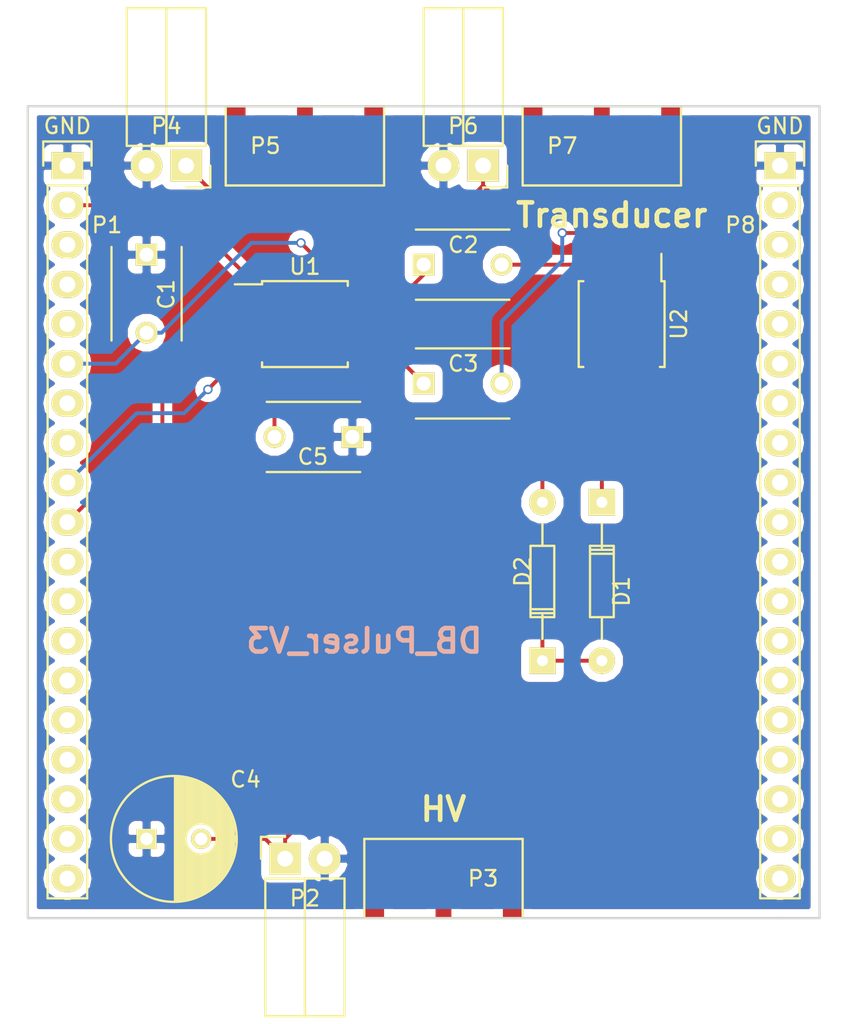
<source format=kicad_pcb>
(kicad_pcb (version 4) (host pcbnew 4.0.4+e1-6308~48~ubuntu16.04.1-stable)

  (general
    (links 38)
    (no_connects 0)
    (area 57.074999 78.664999 108.025001 130.885001)
    (thickness 1.6)
    (drawings 9)
    (tracks 83)
    (zones 0)
    (modules 17)
    (nets 14)
  )

  (page A4)
  (layers
    (0 F.Cu signal)
    (31 B.Cu signal)
    (32 B.Adhes user)
    (33 F.Adhes user)
    (34 B.Paste user)
    (35 F.Paste user)
    (36 B.SilkS user)
    (37 F.SilkS user)
    (38 B.Mask user)
    (39 F.Mask user)
    (40 Dwgs.User user)
    (41 Cmts.User user)
    (42 Eco1.User user)
    (43 Eco2.User user)
    (44 Edge.Cuts user)
    (45 Margin user)
    (46 B.CrtYd user)
    (47 F.CrtYd user)
    (48 B.Fab user)
    (49 F.Fab user)
  )

  (setup
    (last_trace_width 0.25)
    (trace_clearance 0.2)
    (zone_clearance 0.508)
    (zone_45_only no)
    (trace_min 0.2)
    (segment_width 0.2)
    (edge_width 0.15)
    (via_size 0.6)
    (via_drill 0.4)
    (via_min_size 0.4)
    (via_min_drill 0.3)
    (uvia_size 0.3)
    (uvia_drill 0.1)
    (uvias_allowed no)
    (uvia_min_size 0.2)
    (uvia_min_drill 0.1)
    (pcb_text_width 0.3)
    (pcb_text_size 1.5 1.5)
    (mod_edge_width 0.15)
    (mod_text_size 1 1)
    (mod_text_width 0.15)
    (pad_size 1.524 1.524)
    (pad_drill 0.762)
    (pad_to_mask_clearance 0.2)
    (aux_axis_origin 0 0)
    (visible_elements 7FFFFFFF)
    (pcbplotparams
      (layerselection 0x00000_80000001)
      (usegerberextensions false)
      (excludeedgelayer true)
      (linewidth 0.100000)
      (plotframeref false)
      (viasonmask false)
      (mode 1)
      (useauxorigin false)
      (hpglpennumber 1)
      (hpglpenspeed 20)
      (hpglpendiameter 15)
      (hpglpenoverlay 2)
      (psnegative false)
      (psa4output false)
      (plotreference true)
      (plotvalue true)
      (plotinvisibletext false)
      (padsonsilk false)
      (subtractmaskfromsilk false)
      (outputformat 1)
      (mirror false)
      (drillshape 0)
      (scaleselection 1)
      (outputdirectory gerber/))
  )

  (net 0 "")
  (net 1 "Net-(C1-Pad2)")
  (net 2 "Net-(C2-Pad1)")
  (net 3 "Net-(C2-Pad2)")
  (net 4 "Net-(C3-Pad1)")
  (net 5 "Net-(C3-Pad2)")
  (net 6 "Net-(D1-Pad2)")
  (net 7 "Net-(D1-Pad1)")
  (net 8 "Net-(D2-Pad2)")
  (net 9 "Net-(C4-Pad2)")
  (net 10 GND)
  (net 11 "Net-(P1-Pad9)")
  (net 12 "Net-(P1-Pad10)")
  (net 13 "Net-(C5-Pad2)")

  (net_class Default "This is the default net class."
    (clearance 0.2)
    (trace_width 0.25)
    (via_dia 0.6)
    (via_drill 0.4)
    (uvia_dia 0.3)
    (uvia_drill 0.1)
    (add_net GND)
    (add_net "Net-(C1-Pad2)")
    (add_net "Net-(C2-Pad1)")
    (add_net "Net-(C2-Pad2)")
    (add_net "Net-(C3-Pad1)")
    (add_net "Net-(C3-Pad2)")
    (add_net "Net-(C4-Pad2)")
    (add_net "Net-(C5-Pad2)")
    (add_net "Net-(D1-Pad1)")
    (add_net "Net-(D1-Pad2)")
    (add_net "Net-(D2-Pad2)")
    (add_net "Net-(P1-Pad10)")
    (add_net "Net-(P1-Pad9)")
  )

  (module Echopen:C_TH_common placed (layer F.Cu) (tedit 57B463AA) (tstamp 57BDAA67)
    (at 64.77 88.265 270)
    (descr "Capacitor 6mm Disc, Pitch 5mm")
    (tags Capacitor)
    (path /57BDAAFD)
    (fp_text reference C1 (at 2.54 -1.27 270) (layer F.SilkS)
      (effects (font (size 1 1) (thickness 0.15)))
    )
    (fp_text value 470n (at 2.54 1.27 270) (layer F.Fab)
      (effects (font (size 1 1) (thickness 0.15)))
    )
    (fp_line (start -0.95 -2.5) (end 5.95 -2.5) (layer F.CrtYd) (width 0.05))
    (fp_line (start 5.95 -2.5) (end 5.95 2.5) (layer F.CrtYd) (width 0.05))
    (fp_line (start 5.95 2.5) (end -0.95 2.5) (layer F.CrtYd) (width 0.05))
    (fp_line (start -0.95 2.5) (end -0.95 -2.5) (layer F.CrtYd) (width 0.05))
    (fp_line (start -0.5 -2.25) (end 5.5 -2.25) (layer F.SilkS) (width 0.15))
    (fp_line (start 5.5 2.25) (end -0.5 2.25) (layer F.SilkS) (width 0.15))
    (pad 1 thru_hole rect (at 0 0 270) (size 1.4 1.4) (drill 0.9) (layers *.Cu *.Mask F.SilkS)
      (net 10 GND))
    (pad 2 thru_hole circle (at 5 0 270) (size 1.4 1.4) (drill 0.9) (layers *.Cu *.Mask F.SilkS)
      (net 1 "Net-(C1-Pad2)"))
    (model Capacitors_ThroughHole.3dshapes/C_Disc_D6_P5.wrl
      (at (xyz 0.098425 0 0))
      (scale (xyz 1 1 1))
      (rotate (xyz 0 0 0))
    )
  )

  (module Echopen:C_TH_common placed (layer F.Cu) (tedit 57B463AA) (tstamp 57BDAA6D)
    (at 82.55 88.9)
    (descr "Capacitor 6mm Disc, Pitch 5mm")
    (tags Capacitor)
    (path /57BDAEA8)
    (fp_text reference C2 (at 2.54 -1.27) (layer F.SilkS)
      (effects (font (size 1 1) (thickness 0.15)))
    )
    (fp_text value 10n (at 2.54 1.27) (layer F.Fab)
      (effects (font (size 1 1) (thickness 0.15)))
    )
    (fp_line (start -0.95 -2.5) (end 5.95 -2.5) (layer F.CrtYd) (width 0.05))
    (fp_line (start 5.95 -2.5) (end 5.95 2.5) (layer F.CrtYd) (width 0.05))
    (fp_line (start 5.95 2.5) (end -0.95 2.5) (layer F.CrtYd) (width 0.05))
    (fp_line (start -0.95 2.5) (end -0.95 -2.5) (layer F.CrtYd) (width 0.05))
    (fp_line (start -0.5 -2.25) (end 5.5 -2.25) (layer F.SilkS) (width 0.15))
    (fp_line (start 5.5 2.25) (end -0.5 2.25) (layer F.SilkS) (width 0.15))
    (pad 1 thru_hole rect (at 0 0) (size 1.4 1.4) (drill 0.9) (layers *.Cu *.Mask F.SilkS)
      (net 2 "Net-(C2-Pad1)"))
    (pad 2 thru_hole circle (at 5 0) (size 1.4 1.4) (drill 0.9) (layers *.Cu *.Mask F.SilkS)
      (net 3 "Net-(C2-Pad2)"))
    (model Capacitors_ThroughHole.3dshapes/C_Disc_D6_P5.wrl
      (at (xyz 0.098425 0 0))
      (scale (xyz 1 1 1))
      (rotate (xyz 0 0 0))
    )
  )

  (module Echopen:C_TH_common placed (layer F.Cu) (tedit 57B463AA) (tstamp 57BDAA73)
    (at 82.55 96.52)
    (descr "Capacitor 6mm Disc, Pitch 5mm")
    (tags Capacitor)
    (path /57BDAF3C)
    (fp_text reference C3 (at 2.54 -1.27) (layer F.SilkS)
      (effects (font (size 1 1) (thickness 0.15)))
    )
    (fp_text value 10n (at 2.54 1.27) (layer F.Fab)
      (effects (font (size 1 1) (thickness 0.15)))
    )
    (fp_line (start -0.95 -2.5) (end 5.95 -2.5) (layer F.CrtYd) (width 0.05))
    (fp_line (start 5.95 -2.5) (end 5.95 2.5) (layer F.CrtYd) (width 0.05))
    (fp_line (start 5.95 2.5) (end -0.95 2.5) (layer F.CrtYd) (width 0.05))
    (fp_line (start -0.95 2.5) (end -0.95 -2.5) (layer F.CrtYd) (width 0.05))
    (fp_line (start -0.5 -2.25) (end 5.5 -2.25) (layer F.SilkS) (width 0.15))
    (fp_line (start 5.5 2.25) (end -0.5 2.25) (layer F.SilkS) (width 0.15))
    (pad 1 thru_hole rect (at 0 0) (size 1.4 1.4) (drill 0.9) (layers *.Cu *.Mask F.SilkS)
      (net 4 "Net-(C3-Pad1)"))
    (pad 2 thru_hole circle (at 5 0) (size 1.4 1.4) (drill 0.9) (layers *.Cu *.Mask F.SilkS)
      (net 5 "Net-(C3-Pad2)"))
    (model Capacitors_ThroughHole.3dshapes/C_Disc_D6_P5.wrl
      (at (xyz 0.098425 0 0))
      (scale (xyz 1 1 1))
      (rotate (xyz 0 0 0))
    )
  )

  (module Echopen:D_TH_common placed (layer F.Cu) (tedit 57B580CB) (tstamp 57BDAA79)
    (at 93.98 104.14 270)
    (descr "Diode, DO-35,  SOD27, Horizontal, RM 10mm")
    (tags "Diode, DO-35, SOD27, Horizontal, RM 10mm, 1N4148,")
    (path /57BDB158)
    (fp_text reference D1 (at 5.715 -1.27 270) (layer F.SilkS)
      (effects (font (size 1 1) (thickness 0.15)))
    )
    (fp_text value 1N4148 (at 5.08 0 270) (layer F.Fab)
      (effects (font (size 1 1) (thickness 0.15)))
    )
    (fp_line (start 7.36652 -0.00254) (end 8.76352 -0.00254) (layer F.SilkS) (width 0.15))
    (fp_line (start 2.92152 -0.00254) (end 1.39752 -0.00254) (layer F.SilkS) (width 0.15))
    (fp_line (start 3.30252 -0.76454) (end 3.30252 0.75946) (layer F.SilkS) (width 0.15))
    (fp_line (start 3.04852 -0.76454) (end 3.04852 0.75946) (layer F.SilkS) (width 0.15))
    (fp_line (start 2.79452 -0.00254) (end 2.79452 0.75946) (layer F.SilkS) (width 0.15))
    (fp_line (start 2.79452 0.75946) (end 7.36652 0.75946) (layer F.SilkS) (width 0.15))
    (fp_line (start 7.36652 0.75946) (end 7.36652 -0.76454) (layer F.SilkS) (width 0.15))
    (fp_line (start 7.36652 -0.76454) (end 2.79452 -0.76454) (layer F.SilkS) (width 0.15))
    (fp_line (start 2.79452 -0.76454) (end 2.79452 -0.00254) (layer F.SilkS) (width 0.15))
    (pad 2 thru_hole circle (at 10.16052 -0.00254 90) (size 1.69926 1.69926) (drill 0.70104) (layers *.Cu *.Mask F.SilkS)
      (net 6 "Net-(D1-Pad2)"))
    (pad 1 thru_hole rect (at 0.00052 -0.00254 90) (size 1.69926 1.69926) (drill 0.70104) (layers *.Cu *.Mask F.SilkS)
      (net 7 "Net-(D1-Pad1)"))
    (model Diodes_ThroughHole.3dshapes/Diode_DO-35_SOD27_Horizontal_RM10.wrl
      (at (xyz 0.2 0 0))
      (scale (xyz 0.4 0.4 0.4))
      (rotate (xyz 0 0 180))
    )
  )

  (module Echopen:D_TH_common placed (layer F.Cu) (tedit 57B580CB) (tstamp 57BDAA7F)
    (at 90.17 114.3 90)
    (descr "Diode, DO-35,  SOD27, Horizontal, RM 10mm")
    (tags "Diode, DO-35, SOD27, Horizontal, RM 10mm, 1N4148,")
    (path /57BDB1B7)
    (fp_text reference D2 (at 5.715 -1.27 90) (layer F.SilkS)
      (effects (font (size 1 1) (thickness 0.15)))
    )
    (fp_text value 1N4148 (at 5.08 0 90) (layer F.Fab)
      (effects (font (size 1 1) (thickness 0.15)))
    )
    (fp_line (start 7.36652 -0.00254) (end 8.76352 -0.00254) (layer F.SilkS) (width 0.15))
    (fp_line (start 2.92152 -0.00254) (end 1.39752 -0.00254) (layer F.SilkS) (width 0.15))
    (fp_line (start 3.30252 -0.76454) (end 3.30252 0.75946) (layer F.SilkS) (width 0.15))
    (fp_line (start 3.04852 -0.76454) (end 3.04852 0.75946) (layer F.SilkS) (width 0.15))
    (fp_line (start 2.79452 -0.00254) (end 2.79452 0.75946) (layer F.SilkS) (width 0.15))
    (fp_line (start 2.79452 0.75946) (end 7.36652 0.75946) (layer F.SilkS) (width 0.15))
    (fp_line (start 7.36652 0.75946) (end 7.36652 -0.76454) (layer F.SilkS) (width 0.15))
    (fp_line (start 7.36652 -0.76454) (end 2.79452 -0.76454) (layer F.SilkS) (width 0.15))
    (fp_line (start 2.79452 -0.76454) (end 2.79452 -0.00254) (layer F.SilkS) (width 0.15))
    (pad 2 thru_hole circle (at 10.16052 -0.00254 270) (size 1.69926 1.69926) (drill 0.70104) (layers *.Cu *.Mask F.SilkS)
      (net 8 "Net-(D2-Pad2)"))
    (pad 1 thru_hole rect (at 0.00052 -0.00254 270) (size 1.69926 1.69926) (drill 0.70104) (layers *.Cu *.Mask F.SilkS)
      (net 6 "Net-(D1-Pad2)"))
    (model Diodes_ThroughHole.3dshapes/Diode_DO-35_SOD27_Horizontal_RM10.wrl
      (at (xyz 0.2 0 0))
      (scale (xyz 0.4 0.4 0.4))
      (rotate (xyz 0 0 180))
    )
  )

  (module Echopen:Header_pin_1x19 placed (layer F.Cu) (tedit 57BDAFE5) (tstamp 57BDAA9C)
    (at 59.69 105.41)
    (descr "Through hole socket strip")
    (tags "socket strip")
    (path /57BDA650)
    (fp_text reference P1 (at 2.54 -19.05) (layer F.SilkS)
      (effects (font (size 1 1) (thickness 0.15)))
    )
    (fp_text value CONN_01X19 (at 0.635 26.035) (layer F.Fab)
      (effects (font (size 1 1) (thickness 0.15)))
    )
    (fp_text user GND (at 0 -25.4) (layer F.SilkS)
      (effects (font (size 1 1) (thickness 0.15)))
    )
    (fp_line (start 1.75 -24.61) (end -1.75 -24.61) (layer F.CrtYd) (width 0.05))
    (fp_line (start 1.75 24.64) (end -1.75 24.64) (layer F.CrtYd) (width 0.05))
    (fp_line (start 1.75 -24.61) (end 1.75 24.64) (layer F.CrtYd) (width 0.05))
    (fp_line (start -1.75 -24.61) (end -1.75 24.64) (layer F.CrtYd) (width 0.05))
    (fp_line (start -1.27 -21.59) (end -1.27 24.13) (layer F.SilkS) (width 0.15))
    (fp_line (start -1.27 24.13) (end 1.27 24.13) (layer F.SilkS) (width 0.15))
    (fp_line (start 1.27 24.13) (end 1.27 -21.59) (layer F.SilkS) (width 0.15))
    (fp_line (start -1.55 -24.41) (end -1.55 -22.86) (layer F.SilkS) (width 0.15))
    (fp_line (start -1.27 -21.59) (end 1.27 -21.59) (layer F.SilkS) (width 0.15))
    (fp_line (start 1.55 -22.86) (end 1.55 -24.41) (layer F.SilkS) (width 0.15))
    (fp_line (start 1.55 -24.41) (end -1.55 -24.41) (layer F.SilkS) (width 0.15))
    (pad 1 thru_hole rect (at 0 -22.86 270) (size 1.7272 2.032) (drill 1.016) (layers *.Cu *.Mask F.SilkS)
      (net 10 GND))
    (pad 2 thru_hole oval (at 0 -20.32 270) (size 1.7272 2.032) (drill 1.016) (layers *.Cu *.Mask F.SilkS)
      (net 13 "Net-(C5-Pad2)"))
    (pad 3 thru_hole oval (at 0 -17.78 270) (size 1.7272 2.032) (drill 1.016) (layers *.Cu *.Mask F.SilkS))
    (pad 4 thru_hole oval (at 0 -15.24 270) (size 1.7272 2.032) (drill 1.016) (layers *.Cu *.Mask F.SilkS))
    (pad 5 thru_hole oval (at 0 -12.7 270) (size 1.7272 2.032) (drill 1.016) (layers *.Cu *.Mask F.SilkS))
    (pad 6 thru_hole oval (at 0 -10.16 270) (size 1.7272 2.032) (drill 1.016) (layers *.Cu *.Mask F.SilkS)
      (net 1 "Net-(C1-Pad2)"))
    (pad 7 thru_hole oval (at 0 -7.62 270) (size 1.7272 2.032) (drill 1.016) (layers *.Cu *.Mask F.SilkS))
    (pad 8 thru_hole oval (at 0 -5.08 270) (size 1.7272 2.032) (drill 1.016) (layers *.Cu *.Mask F.SilkS))
    (pad 9 thru_hole oval (at 0 -2.54 270) (size 1.7272 2.032) (drill 1.016) (layers *.Cu *.Mask F.SilkS)
      (net 11 "Net-(P1-Pad9)"))
    (pad 10 thru_hole oval (at 0 0 270) (size 1.7272 2.032) (drill 1.016) (layers *.Cu *.Mask F.SilkS)
      (net 12 "Net-(P1-Pad10)"))
    (pad 11 thru_hole oval (at 0 2.54 270) (size 1.7272 2.032) (drill 1.016) (layers *.Cu *.Mask F.SilkS))
    (pad 12 thru_hole oval (at 0 5.08 270) (size 1.7272 2.032) (drill 1.016) (layers *.Cu *.Mask F.SilkS))
    (pad 13 thru_hole oval (at 0 7.62 270) (size 1.7272 2.032) (drill 1.016) (layers *.Cu *.Mask F.SilkS))
    (pad 14 thru_hole oval (at 0 10.16 270) (size 1.7272 2.032) (drill 1.016) (layers *.Cu *.Mask F.SilkS))
    (pad 15 thru_hole oval (at 0 12.7 270) (size 1.7272 2.032) (drill 1.016) (layers *.Cu *.Mask F.SilkS))
    (pad 16 thru_hole oval (at 0 15.24 270) (size 1.7272 2.032) (drill 1.016) (layers *.Cu *.Mask F.SilkS))
    (pad 17 thru_hole oval (at 0 17.78 270) (size 1.7272 2.032) (drill 1.016) (layers *.Cu *.Mask F.SilkS))
    (pad 18 thru_hole oval (at 0 20.32 270) (size 1.7272 2.032) (drill 1.016) (layers *.Cu *.Mask F.SilkS))
    (pad 19 thru_hole oval (at 0 22.86 270) (size 1.7272 2.032) (drill 1.016) (layers *.Cu *.Mask F.SilkS))
    (model Pin_Headers.3dshapes/Pin_Header_Straight_1x19.wrl
      (at (xyz 0 0 -0.05))
      (scale (xyz 1 1 1))
      (rotate (xyz 0 180 90))
    )
  )

  (module Echopen:SMA placed (layer F.Cu) (tedit 57B6CD4E) (tstamp 57BDAAA9)
    (at 83.82 128.27)
    (path /57BDB54A)
    (fp_text reference P3 (at 2.54 0) (layer F.SilkS)
      (effects (font (size 1 1) (thickness 0.15)))
    )
    (fp_text value SMA (at -2.54 0) (layer F.Fab)
      (effects (font (size 1 1) (thickness 0.15)))
    )
    (fp_line (start -5.08 -2.54) (end 5.08 -2.54) (layer F.SilkS) (width 0.15))
    (fp_line (start 5.08 -2.54) (end 5.08 2.54) (layer F.SilkS) (width 0.15))
    (fp_line (start 5.08 2.54) (end -5.08 2.54) (layer F.SilkS) (width 0.15))
    (fp_line (start -5.08 2.54) (end -5.08 -2.54) (layer F.SilkS) (width 0.15))
    (pad 2 smd rect (at -5.08 0) (size 1.27 5.08) (drill (offset 0.635 0)) (layers *.Paste *.Mask F.Cu)
      (net 10 GND))
    (pad 2 smd rect (at 5.08 0) (size 1.27 5.08) (drill (offset -0.635 0)) (layers *.Paste *.Mask F.Cu)
      (net 10 GND))
    (pad 1 smd rect (at 0 0) (size 1.016 5.08) (layers F.Cu F.Paste F.Mask)
      (net 9 "Net-(C4-Pad2)"))
    (model ../../../../../home/echopen/Bureau/GitHub/electronic/kicad/Librairy/3d/sma_90_r300.124.403.wrl
      (at (xyz 0 -0.15 0))
      (scale (xyz 0.9 0.9 0.9))
      (rotate (xyz 0 0 0))
    )
  )

  (module Echopen:SMA placed (layer F.Cu) (tedit 57B6CD4E) (tstamp 57BDAAB6)
    (at 74.93 81.28 180)
    (path /57BDB76C)
    (fp_text reference P5 (at 2.54 0 180) (layer F.SilkS)
      (effects (font (size 1 1) (thickness 0.15)))
    )
    (fp_text value SMA (at -2.54 0 180) (layer F.Fab)
      (effects (font (size 1 1) (thickness 0.15)))
    )
    (fp_line (start -5.08 -2.54) (end 5.08 -2.54) (layer F.SilkS) (width 0.15))
    (fp_line (start 5.08 -2.54) (end 5.08 2.54) (layer F.SilkS) (width 0.15))
    (fp_line (start 5.08 2.54) (end -5.08 2.54) (layer F.SilkS) (width 0.15))
    (fp_line (start -5.08 2.54) (end -5.08 -2.54) (layer F.SilkS) (width 0.15))
    (pad 2 smd rect (at -5.08 0 180) (size 1.27 5.08) (drill (offset 0.635 0)) (layers *.Paste *.Mask F.Cu)
      (net 10 GND))
    (pad 2 smd rect (at 5.08 0 180) (size 1.27 5.08) (drill (offset -0.635 0)) (layers *.Paste *.Mask F.Cu)
      (net 10 GND))
    (pad 1 smd rect (at 0 0 180) (size 1.016 5.08) (layers F.Cu F.Paste F.Mask)
      (net 6 "Net-(D1-Pad2)"))
    (model ../../../../../home/echopen/Bureau/GitHub/electronic/kicad/Librairy/3d/sma_90_r300.124.403.wrl
      (at (xyz 0 -0.15 0))
      (scale (xyz 0.9 0.9 0.9))
      (rotate (xyz 0 0 0))
    )
  )

  (module Echopen:SMA placed (layer F.Cu) (tedit 57B6CD4E) (tstamp 57BDAAC3)
    (at 93.98 81.28 180)
    (path /57BDB7ED)
    (fp_text reference P7 (at 2.54 0 180) (layer F.SilkS)
      (effects (font (size 1 1) (thickness 0.15)))
    )
    (fp_text value SMA (at -2.54 0 180) (layer F.Fab)
      (effects (font (size 1 1) (thickness 0.15)))
    )
    (fp_line (start -5.08 -2.54) (end 5.08 -2.54) (layer F.SilkS) (width 0.15))
    (fp_line (start 5.08 -2.54) (end 5.08 2.54) (layer F.SilkS) (width 0.15))
    (fp_line (start 5.08 2.54) (end -5.08 2.54) (layer F.SilkS) (width 0.15))
    (fp_line (start -5.08 2.54) (end -5.08 -2.54) (layer F.SilkS) (width 0.15))
    (pad 2 smd rect (at -5.08 0 180) (size 1.27 5.08) (drill (offset 0.635 0)) (layers *.Paste *.Mask F.Cu)
      (net 10 GND))
    (pad 2 smd rect (at 5.08 0 180) (size 1.27 5.08) (drill (offset -0.635 0)) (layers *.Paste *.Mask F.Cu)
      (net 10 GND))
    (pad 1 smd rect (at 0 0 180) (size 1.016 5.08) (layers F.Cu F.Paste F.Mask)
      (net 6 "Net-(D1-Pad2)"))
    (model ../../../../../home/echopen/Bureau/GitHub/electronic/kicad/Librairy/3d/sma_90_r300.124.403.wrl
      (at (xyz 0 -0.15 0))
      (scale (xyz 0.9 0.9 0.9))
      (rotate (xyz 0 0 0))
    )
  )

  (module Echopen:Header_pin_1x19 placed (layer F.Cu) (tedit 57BDAFEC) (tstamp 57BDAADA)
    (at 105.41 105.41)
    (descr "Through hole socket strip")
    (tags "socket strip")
    (path /57BDA6C5)
    (fp_text reference P8 (at -2.54 -19.05) (layer F.SilkS)
      (effects (font (size 1 1) (thickness 0.15)))
    )
    (fp_text value CONN_01X19 (at 0.635 26.035) (layer F.Fab)
      (effects (font (size 1 1) (thickness 0.15)))
    )
    (fp_text user GND (at 0 -25.4) (layer F.SilkS)
      (effects (font (size 1 1) (thickness 0.15)))
    )
    (fp_line (start 1.75 -24.61) (end -1.75 -24.61) (layer F.CrtYd) (width 0.05))
    (fp_line (start 1.75 24.64) (end -1.75 24.64) (layer F.CrtYd) (width 0.05))
    (fp_line (start 1.75 -24.61) (end 1.75 24.64) (layer F.CrtYd) (width 0.05))
    (fp_line (start -1.75 -24.61) (end -1.75 24.64) (layer F.CrtYd) (width 0.05))
    (fp_line (start -1.27 -21.59) (end -1.27 24.13) (layer F.SilkS) (width 0.15))
    (fp_line (start -1.27 24.13) (end 1.27 24.13) (layer F.SilkS) (width 0.15))
    (fp_line (start 1.27 24.13) (end 1.27 -21.59) (layer F.SilkS) (width 0.15))
    (fp_line (start -1.55 -24.41) (end -1.55 -22.86) (layer F.SilkS) (width 0.15))
    (fp_line (start -1.27 -21.59) (end 1.27 -21.59) (layer F.SilkS) (width 0.15))
    (fp_line (start 1.55 -22.86) (end 1.55 -24.41) (layer F.SilkS) (width 0.15))
    (fp_line (start 1.55 -24.41) (end -1.55 -24.41) (layer F.SilkS) (width 0.15))
    (pad 1 thru_hole rect (at 0 -22.86 270) (size 1.7272 2.032) (drill 1.016) (layers *.Cu *.Mask F.SilkS)
      (net 10 GND))
    (pad 2 thru_hole oval (at 0 -20.32 270) (size 1.7272 2.032) (drill 1.016) (layers *.Cu *.Mask F.SilkS))
    (pad 3 thru_hole oval (at 0 -17.78 270) (size 1.7272 2.032) (drill 1.016) (layers *.Cu *.Mask F.SilkS))
    (pad 4 thru_hole oval (at 0 -15.24 270) (size 1.7272 2.032) (drill 1.016) (layers *.Cu *.Mask F.SilkS))
    (pad 5 thru_hole oval (at 0 -12.7 270) (size 1.7272 2.032) (drill 1.016) (layers *.Cu *.Mask F.SilkS))
    (pad 6 thru_hole oval (at 0 -10.16 270) (size 1.7272 2.032) (drill 1.016) (layers *.Cu *.Mask F.SilkS))
    (pad 7 thru_hole oval (at 0 -7.62 270) (size 1.7272 2.032) (drill 1.016) (layers *.Cu *.Mask F.SilkS))
    (pad 8 thru_hole oval (at 0 -5.08 270) (size 1.7272 2.032) (drill 1.016) (layers *.Cu *.Mask F.SilkS))
    (pad 9 thru_hole oval (at 0 -2.54 270) (size 1.7272 2.032) (drill 1.016) (layers *.Cu *.Mask F.SilkS))
    (pad 10 thru_hole oval (at 0 0 270) (size 1.7272 2.032) (drill 1.016) (layers *.Cu *.Mask F.SilkS))
    (pad 11 thru_hole oval (at 0 2.54 270) (size 1.7272 2.032) (drill 1.016) (layers *.Cu *.Mask F.SilkS))
    (pad 12 thru_hole oval (at 0 5.08 270) (size 1.7272 2.032) (drill 1.016) (layers *.Cu *.Mask F.SilkS))
    (pad 13 thru_hole oval (at 0 7.62 270) (size 1.7272 2.032) (drill 1.016) (layers *.Cu *.Mask F.SilkS))
    (pad 14 thru_hole oval (at 0 10.16 270) (size 1.7272 2.032) (drill 1.016) (layers *.Cu *.Mask F.SilkS))
    (pad 15 thru_hole oval (at 0 12.7 270) (size 1.7272 2.032) (drill 1.016) (layers *.Cu *.Mask F.SilkS))
    (pad 16 thru_hole oval (at 0 15.24 270) (size 1.7272 2.032) (drill 1.016) (layers *.Cu *.Mask F.SilkS))
    (pad 17 thru_hole oval (at 0 17.78 270) (size 1.7272 2.032) (drill 1.016) (layers *.Cu *.Mask F.SilkS))
    (pad 18 thru_hole oval (at 0 20.32 270) (size 1.7272 2.032) (drill 1.016) (layers *.Cu *.Mask F.SilkS))
    (pad 19 thru_hole oval (at 0 22.86 270) (size 1.7272 2.032) (drill 1.016) (layers *.Cu *.Mask F.SilkS))
    (model Pin_Headers.3dshapes/Pin_Header_Straight_1x19.wrl
      (at (xyz 0 0 -0.05))
      (scale (xyz 1 1 1))
      (rotate (xyz 0 180 90))
    )
  )

  (module Housings_SOIC:SOIJ-8_5.3x5.3mm_Pitch1.27mm placed (layer F.Cu) (tedit 54130A77) (tstamp 57BDAAE6)
    (at 74.93 92.71)
    (descr "8-Lead Plastic Small Outline (SM) - Medium, 5.28 mm Body [SOIC] (see Microchip Packaging Specification 00000049BS.pdf)")
    (tags "SOIC 1.27")
    (path /57BDA78D)
    (attr smd)
    (fp_text reference U1 (at 0 -3.68) (layer F.SilkS)
      (effects (font (size 1 1) (thickness 0.15)))
    )
    (fp_text value MD1211 (at 0 3.68) (layer F.Fab)
      (effects (font (size 1 1) (thickness 0.15)))
    )
    (fp_circle (center -2 -2) (end -2.25 -2) (layer F.Fab) (width 0.15))
    (fp_line (start -2.65 2.65) (end -2.65 -2.65) (layer F.Fab) (width 0.15))
    (fp_line (start 2.65 2.65) (end -2.65 2.65) (layer F.Fab) (width 0.15))
    (fp_line (start 2.65 -2.65) (end 2.65 2.65) (layer F.Fab) (width 0.15))
    (fp_line (start -2.65 -2.65) (end 2.65 -2.65) (layer F.Fab) (width 0.15))
    (fp_line (start -4.75 -2.95) (end -4.75 2.95) (layer F.CrtYd) (width 0.05))
    (fp_line (start 4.75 -2.95) (end 4.75 2.95) (layer F.CrtYd) (width 0.05))
    (fp_line (start -4.75 -2.95) (end 4.75 -2.95) (layer F.CrtYd) (width 0.05))
    (fp_line (start -4.75 2.95) (end 4.75 2.95) (layer F.CrtYd) (width 0.05))
    (fp_line (start -2.75 -2.755) (end -2.75 -2.55) (layer F.SilkS) (width 0.15))
    (fp_line (start 2.75 -2.755) (end 2.75 -2.455) (layer F.SilkS) (width 0.15))
    (fp_line (start 2.75 2.755) (end 2.75 2.455) (layer F.SilkS) (width 0.15))
    (fp_line (start -2.75 2.755) (end -2.75 2.455) (layer F.SilkS) (width 0.15))
    (fp_line (start -2.75 -2.755) (end 2.75 -2.755) (layer F.SilkS) (width 0.15))
    (fp_line (start -2.75 2.755) (end 2.75 2.755) (layer F.SilkS) (width 0.15))
    (fp_line (start -2.75 -2.55) (end -4.5 -2.55) (layer F.SilkS) (width 0.15))
    (pad 1 smd rect (at -3.65 -1.905) (size 1.7 0.65) (layers F.Cu F.Paste F.Mask)
      (net 13 "Net-(C5-Pad2)"))
    (pad 2 smd rect (at -3.65 -0.635) (size 1.7 0.65) (layers F.Cu F.Paste F.Mask)
      (net 12 "Net-(P1-Pad10)"))
    (pad 3 smd rect (at -3.65 0.635) (size 1.7 0.65) (layers F.Cu F.Paste F.Mask)
      (net 10 GND))
    (pad 4 smd rect (at -3.65 1.905) (size 1.7 0.65) (layers F.Cu F.Paste F.Mask)
      (net 11 "Net-(P1-Pad9)"))
    (pad 5 smd rect (at 3.65 1.905) (size 1.7 0.65) (layers F.Cu F.Paste F.Mask)
      (net 4 "Net-(C3-Pad1)"))
    (pad 6 smd rect (at 3.65 0.635) (size 1.7 0.65) (layers F.Cu F.Paste F.Mask)
      (net 1 "Net-(C1-Pad2)"))
    (pad 7 smd rect (at 3.65 -0.635) (size 1.7 0.65) (layers F.Cu F.Paste F.Mask)
      (net 2 "Net-(C2-Pad1)"))
    (pad 8 smd rect (at 3.65 -1.905) (size 1.7 0.65) (layers F.Cu F.Paste F.Mask)
      (net 1 "Net-(C1-Pad2)"))
    (model Housings_SOIC.3dshapes/SOIJ-8_5.3x5.3mm_Pitch1.27mm.wrl
      (at (xyz 0 0 0))
      (scale (xyz 1 1 1))
      (rotate (xyz 0 0 0))
    )
  )

  (module Housings_SOIC:SOIJ-8_5.3x5.3mm_Pitch1.27mm placed (layer F.Cu) (tedit 54130A77) (tstamp 57BDAAF2)
    (at 95.25 92.71 270)
    (descr "8-Lead Plastic Small Outline (SM) - Medium, 5.28 mm Body [SOIC] (see Microchip Packaging Specification 00000049BS.pdf)")
    (tags "SOIC 1.27")
    (path /57BDA7E6)
    (attr smd)
    (fp_text reference U2 (at 0 -3.68 270) (layer F.SilkS)
      (effects (font (size 1 1) (thickness 0.15)))
    )
    (fp_text value TC6320 (at 0 3.68 270) (layer F.Fab)
      (effects (font (size 1 1) (thickness 0.15)))
    )
    (fp_circle (center -2 -2) (end -2.25 -2) (layer F.Fab) (width 0.15))
    (fp_line (start -2.65 2.65) (end -2.65 -2.65) (layer F.Fab) (width 0.15))
    (fp_line (start 2.65 2.65) (end -2.65 2.65) (layer F.Fab) (width 0.15))
    (fp_line (start 2.65 -2.65) (end 2.65 2.65) (layer F.Fab) (width 0.15))
    (fp_line (start -2.65 -2.65) (end 2.65 -2.65) (layer F.Fab) (width 0.15))
    (fp_line (start -4.75 -2.95) (end -4.75 2.95) (layer F.CrtYd) (width 0.05))
    (fp_line (start 4.75 -2.95) (end 4.75 2.95) (layer F.CrtYd) (width 0.05))
    (fp_line (start -4.75 -2.95) (end 4.75 -2.95) (layer F.CrtYd) (width 0.05))
    (fp_line (start -4.75 2.95) (end 4.75 2.95) (layer F.CrtYd) (width 0.05))
    (fp_line (start -2.75 -2.755) (end -2.75 -2.55) (layer F.SilkS) (width 0.15))
    (fp_line (start 2.75 -2.755) (end 2.75 -2.455) (layer F.SilkS) (width 0.15))
    (fp_line (start 2.75 2.755) (end 2.75 2.455) (layer F.SilkS) (width 0.15))
    (fp_line (start -2.75 2.755) (end -2.75 2.455) (layer F.SilkS) (width 0.15))
    (fp_line (start -2.75 -2.755) (end 2.75 -2.755) (layer F.SilkS) (width 0.15))
    (fp_line (start -2.75 2.755) (end 2.75 2.755) (layer F.SilkS) (width 0.15))
    (fp_line (start -2.75 -2.55) (end -4.5 -2.55) (layer F.SilkS) (width 0.15))
    (pad 1 smd rect (at -3.65 -1.905 270) (size 1.7 0.65) (layers F.Cu F.Paste F.Mask)
      (net 9 "Net-(C4-Pad2)"))
    (pad 2 smd rect (at -3.65 -0.635 270) (size 1.7 0.65) (layers F.Cu F.Paste F.Mask)
      (net 5 "Net-(C3-Pad2)"))
    (pad 3 smd rect (at -3.65 0.635 270) (size 1.7 0.65) (layers F.Cu F.Paste F.Mask)
      (net 10 GND))
    (pad 4 smd rect (at -3.65 1.905 270) (size 1.7 0.65) (layers F.Cu F.Paste F.Mask)
      (net 3 "Net-(C2-Pad2)"))
    (pad 5 smd rect (at 3.65 1.905 270) (size 1.7 0.65) (layers F.Cu F.Paste F.Mask)
      (net 8 "Net-(D2-Pad2)"))
    (pad 6 smd rect (at 3.65 0.635 270) (size 1.7 0.65) (layers F.Cu F.Paste F.Mask)
      (net 8 "Net-(D2-Pad2)"))
    (pad 7 smd rect (at 3.65 -0.635 270) (size 1.7 0.65) (layers F.Cu F.Paste F.Mask)
      (net 7 "Net-(D1-Pad1)"))
    (pad 8 smd rect (at 3.65 -1.905 270) (size 1.7 0.65) (layers F.Cu F.Paste F.Mask)
      (net 7 "Net-(D1-Pad1)"))
    (model Housings_SOIC.3dshapes/SOIJ-8_5.3x5.3mm_Pitch1.27mm.wrl
      (at (xyz 0 0 0))
      (scale (xyz 1 1 1))
      (rotate (xyz 0 0 0))
    )
  )

  (module Echopen:CP_TH_common (layer F.Cu) (tedit 57B58060) (tstamp 57BDAD98)
    (at 64.77 125.73)
    (descr "Radial Electrolytic Capacitor Diameter 8mm x Length 11.5mm, Pitch 3.5mm")
    (tags "Electrolytic Capacitor")
    (path /57BDC3C6)
    (fp_text reference C4 (at 6.35 -3.81) (layer F.SilkS)
      (effects (font (size 1 1) (thickness 0.15)))
    )
    (fp_text value "33u (150V)" (at 1.27 1.905) (layer F.Fab)
      (effects (font (size 1 1) (thickness 0.15)))
    )
    (fp_line (start 1.825 -3.999) (end 1.825 3.999) (layer F.SilkS) (width 0.15))
    (fp_line (start 1.965 -3.994) (end 1.965 3.994) (layer F.SilkS) (width 0.15))
    (fp_line (start 2.105 -3.984) (end 2.105 3.984) (layer F.SilkS) (width 0.15))
    (fp_line (start 2.245 -3.969) (end 2.245 3.969) (layer F.SilkS) (width 0.15))
    (fp_line (start 2.385 -3.949) (end 2.385 3.949) (layer F.SilkS) (width 0.15))
    (fp_line (start 2.525 -3.924) (end 2.525 -0.222) (layer F.SilkS) (width 0.15))
    (fp_line (start 2.525 0.222) (end 2.525 3.924) (layer F.SilkS) (width 0.15))
    (fp_line (start 2.665 -3.894) (end 2.665 -0.55) (layer F.SilkS) (width 0.15))
    (fp_line (start 2.665 0.55) (end 2.665 3.894) (layer F.SilkS) (width 0.15))
    (fp_line (start 2.805 -3.858) (end 2.805 -0.719) (layer F.SilkS) (width 0.15))
    (fp_line (start 2.805 0.719) (end 2.805 3.858) (layer F.SilkS) (width 0.15))
    (fp_line (start 2.945 -3.817) (end 2.945 -0.832) (layer F.SilkS) (width 0.15))
    (fp_line (start 2.945 0.832) (end 2.945 3.817) (layer F.SilkS) (width 0.15))
    (fp_line (start 3.085 -3.771) (end 3.085 -0.91) (layer F.SilkS) (width 0.15))
    (fp_line (start 3.085 0.91) (end 3.085 3.771) (layer F.SilkS) (width 0.15))
    (fp_line (start 3.225 -3.718) (end 3.225 -0.961) (layer F.SilkS) (width 0.15))
    (fp_line (start 3.225 0.961) (end 3.225 3.718) (layer F.SilkS) (width 0.15))
    (fp_line (start 3.365 -3.659) (end 3.365 -0.991) (layer F.SilkS) (width 0.15))
    (fp_line (start 3.365 0.991) (end 3.365 3.659) (layer F.SilkS) (width 0.15))
    (fp_line (start 3.505 -3.594) (end 3.505 -1) (layer F.SilkS) (width 0.15))
    (fp_line (start 3.505 1) (end 3.505 3.594) (layer F.SilkS) (width 0.15))
    (fp_line (start 3.645 -3.523) (end 3.645 -0.989) (layer F.SilkS) (width 0.15))
    (fp_line (start 3.645 0.989) (end 3.645 3.523) (layer F.SilkS) (width 0.15))
    (fp_line (start 3.785 -3.444) (end 3.785 -0.959) (layer F.SilkS) (width 0.15))
    (fp_line (start 3.785 0.959) (end 3.785 3.444) (layer F.SilkS) (width 0.15))
    (fp_line (start 3.925 -3.357) (end 3.925 -0.905) (layer F.SilkS) (width 0.15))
    (fp_line (start 3.925 0.905) (end 3.925 3.357) (layer F.SilkS) (width 0.15))
    (fp_line (start 4.065 -3.262) (end 4.065 -0.825) (layer F.SilkS) (width 0.15))
    (fp_line (start 4.065 0.825) (end 4.065 3.262) (layer F.SilkS) (width 0.15))
    (fp_line (start 4.205 -3.158) (end 4.205 -0.709) (layer F.SilkS) (width 0.15))
    (fp_line (start 4.205 0.709) (end 4.205 3.158) (layer F.SilkS) (width 0.15))
    (fp_line (start 4.345 -3.044) (end 4.345 -0.535) (layer F.SilkS) (width 0.15))
    (fp_line (start 4.345 0.535) (end 4.345 3.044) (layer F.SilkS) (width 0.15))
    (fp_line (start 4.485 -2.919) (end 4.485 -0.173) (layer F.SilkS) (width 0.15))
    (fp_line (start 4.485 0.173) (end 4.485 2.919) (layer F.SilkS) (width 0.15))
    (fp_line (start 4.625 -2.781) (end 4.625 2.781) (layer F.SilkS) (width 0.15))
    (fp_line (start 4.765 -2.629) (end 4.765 2.629) (layer F.SilkS) (width 0.15))
    (fp_line (start 4.905 -2.459) (end 4.905 2.459) (layer F.SilkS) (width 0.15))
    (fp_line (start 5.045 -2.268) (end 5.045 2.268) (layer F.SilkS) (width 0.15))
    (fp_line (start 5.185 -2.05) (end 5.185 2.05) (layer F.SilkS) (width 0.15))
    (fp_line (start 5.325 -1.794) (end 5.325 1.794) (layer F.SilkS) (width 0.15))
    (fp_line (start 5.465 -1.483) (end 5.465 1.483) (layer F.SilkS) (width 0.15))
    (fp_line (start 5.605 -1.067) (end 5.605 1.067) (layer F.SilkS) (width 0.15))
    (fp_line (start 5.745 -0.2) (end 5.745 0.2) (layer F.SilkS) (width 0.15))
    (fp_circle (center 3.5 0) (end 3.5 -1) (layer F.SilkS) (width 0.15))
    (fp_circle (center 1.75 0) (end 1.75 -4.0375) (layer F.SilkS) (width 0.15))
    (fp_circle (center 1.75 0) (end 1.75 -4.3) (layer F.CrtYd) (width 0.05))
    (pad 2 thru_hole circle (at 3.5 0) (size 1.3 1.3) (drill 0.8) (layers *.Cu *.Mask F.SilkS)
      (net 9 "Net-(C4-Pad2)"))
    (pad 1 thru_hole rect (at 0 0) (size 1.3 1.3) (drill 0.8) (layers *.Cu *.Mask F.SilkS)
      (net 10 GND))
    (model Capacitors_ThroughHole.3dshapes/C_Radial_D8_L11.5_P3.5.wrl
      (at (xyz 0 0 0))
      (scale (xyz 1 1 1))
      (rotate (xyz 0 0 0))
    )
  )

  (module Socket_Strips:Socket_Strip_Angled_1x02 (layer F.Cu) (tedit 57BDAFDD) (tstamp 57BDAE2C)
    (at 73.66 127)
    (descr "Through hole socket strip")
    (tags "socket strip")
    (path /57BDB414)
    (fp_text reference P2 (at 1.27 2.54) (layer F.SilkS)
      (effects (font (size 1 1) (thickness 0.15)))
    )
    (fp_text value CONN_01X02 (at 0 -2.75) (layer F.Fab)
      (effects (font (size 1 1) (thickness 0.15)))
    )
    (fp_line (start -1.75 -1.5) (end -1.75 10.6) (layer F.CrtYd) (width 0.05))
    (fp_line (start 4.3 -1.5) (end 4.3 10.6) (layer F.CrtYd) (width 0.05))
    (fp_line (start -1.75 -1.5) (end 4.3 -1.5) (layer F.CrtYd) (width 0.05))
    (fp_line (start -1.75 10.6) (end 4.3 10.6) (layer F.CrtYd) (width 0.05))
    (fp_line (start 3.81 10.1) (end 3.81 1.27) (layer F.SilkS) (width 0.15))
    (fp_line (start 1.27 10.1) (end 3.81 10.1) (layer F.SilkS) (width 0.15))
    (fp_line (start 1.27 1.27) (end 1.27 10.1) (layer F.SilkS) (width 0.15))
    (fp_line (start 1.27 1.27) (end 3.81 1.27) (layer F.SilkS) (width 0.15))
    (fp_line (start -1.27 1.27) (end 1.27 1.27) (layer F.SilkS) (width 0.15))
    (fp_line (start 0 -1.4) (end -1.55 -1.4) (layer F.SilkS) (width 0.15))
    (fp_line (start -1.55 -1.4) (end -1.55 0) (layer F.SilkS) (width 0.15))
    (fp_line (start -1.27 1.27) (end -1.27 10.1) (layer F.SilkS) (width 0.15))
    (fp_line (start -1.27 10.1) (end 1.27 10.1) (layer F.SilkS) (width 0.15))
    (fp_line (start 1.27 10.1) (end 1.27 1.27) (layer F.SilkS) (width 0.15))
    (pad 1 thru_hole rect (at 0 0) (size 2.032 2.032) (drill 1.016) (layers *.Cu *.Mask F.SilkS)
      (net 9 "Net-(C4-Pad2)"))
    (pad 2 thru_hole oval (at 2.54 0) (size 2.032 2.032) (drill 1.016) (layers *.Cu *.Mask F.SilkS)
      (net 10 GND))
    (model Socket_Strips.3dshapes/Socket_Strip_Angled_1x02.wrl
      (at (xyz 0.05 0 0))
      (scale (xyz 1 1 1))
      (rotate (xyz 0 0 180))
    )
  )

  (module Socket_Strips:Socket_Strip_Angled_1x02 (layer F.Cu) (tedit 57BDAFD3) (tstamp 57BDAE31)
    (at 67.31 82.55 180)
    (descr "Through hole socket strip")
    (tags "socket strip")
    (path /57BDB483)
    (fp_text reference P4 (at 1.27 2.54 180) (layer F.SilkS)
      (effects (font (size 1 1) (thickness 0.15)))
    )
    (fp_text value CONN_01X02 (at 0 -2.75 180) (layer F.Fab)
      (effects (font (size 1 1) (thickness 0.15)))
    )
    (fp_line (start -1.75 -1.5) (end -1.75 10.6) (layer F.CrtYd) (width 0.05))
    (fp_line (start 4.3 -1.5) (end 4.3 10.6) (layer F.CrtYd) (width 0.05))
    (fp_line (start -1.75 -1.5) (end 4.3 -1.5) (layer F.CrtYd) (width 0.05))
    (fp_line (start -1.75 10.6) (end 4.3 10.6) (layer F.CrtYd) (width 0.05))
    (fp_line (start 3.81 10.1) (end 3.81 1.27) (layer F.SilkS) (width 0.15))
    (fp_line (start 1.27 10.1) (end 3.81 10.1) (layer F.SilkS) (width 0.15))
    (fp_line (start 1.27 1.27) (end 1.27 10.1) (layer F.SilkS) (width 0.15))
    (fp_line (start 1.27 1.27) (end 3.81 1.27) (layer F.SilkS) (width 0.15))
    (fp_line (start -1.27 1.27) (end 1.27 1.27) (layer F.SilkS) (width 0.15))
    (fp_line (start 0 -1.4) (end -1.55 -1.4) (layer F.SilkS) (width 0.15))
    (fp_line (start -1.55 -1.4) (end -1.55 0) (layer F.SilkS) (width 0.15))
    (fp_line (start -1.27 1.27) (end -1.27 10.1) (layer F.SilkS) (width 0.15))
    (fp_line (start -1.27 10.1) (end 1.27 10.1) (layer F.SilkS) (width 0.15))
    (fp_line (start 1.27 10.1) (end 1.27 1.27) (layer F.SilkS) (width 0.15))
    (pad 1 thru_hole rect (at 0 0 180) (size 2.032 2.032) (drill 1.016) (layers *.Cu *.Mask F.SilkS)
      (net 6 "Net-(D1-Pad2)"))
    (pad 2 thru_hole oval (at 2.54 0 180) (size 2.032 2.032) (drill 1.016) (layers *.Cu *.Mask F.SilkS)
      (net 10 GND))
    (model Socket_Strips.3dshapes/Socket_Strip_Angled_1x02.wrl
      (at (xyz 0.05 0 0))
      (scale (xyz 1 1 1))
      (rotate (xyz 0 0 180))
    )
  )

  (module Socket_Strips:Socket_Strip_Angled_1x02 (layer F.Cu) (tedit 57BDAFD8) (tstamp 57BDAE36)
    (at 86.36 82.55 180)
    (descr "Through hole socket strip")
    (tags "socket strip")
    (path /57BDB501)
    (fp_text reference P6 (at 1.27 2.54 180) (layer F.SilkS)
      (effects (font (size 1 1) (thickness 0.15)))
    )
    (fp_text value CONN_01X02 (at 0 -2.75 180) (layer F.Fab)
      (effects (font (size 1 1) (thickness 0.15)))
    )
    (fp_line (start -1.75 -1.5) (end -1.75 10.6) (layer F.CrtYd) (width 0.05))
    (fp_line (start 4.3 -1.5) (end 4.3 10.6) (layer F.CrtYd) (width 0.05))
    (fp_line (start -1.75 -1.5) (end 4.3 -1.5) (layer F.CrtYd) (width 0.05))
    (fp_line (start -1.75 10.6) (end 4.3 10.6) (layer F.CrtYd) (width 0.05))
    (fp_line (start 3.81 10.1) (end 3.81 1.27) (layer F.SilkS) (width 0.15))
    (fp_line (start 1.27 10.1) (end 3.81 10.1) (layer F.SilkS) (width 0.15))
    (fp_line (start 1.27 1.27) (end 1.27 10.1) (layer F.SilkS) (width 0.15))
    (fp_line (start 1.27 1.27) (end 3.81 1.27) (layer F.SilkS) (width 0.15))
    (fp_line (start -1.27 1.27) (end 1.27 1.27) (layer F.SilkS) (width 0.15))
    (fp_line (start 0 -1.4) (end -1.55 -1.4) (layer F.SilkS) (width 0.15))
    (fp_line (start -1.55 -1.4) (end -1.55 0) (layer F.SilkS) (width 0.15))
    (fp_line (start -1.27 1.27) (end -1.27 10.1) (layer F.SilkS) (width 0.15))
    (fp_line (start -1.27 10.1) (end 1.27 10.1) (layer F.SilkS) (width 0.15))
    (fp_line (start 1.27 10.1) (end 1.27 1.27) (layer F.SilkS) (width 0.15))
    (pad 1 thru_hole rect (at 0 0 180) (size 2.032 2.032) (drill 1.016) (layers *.Cu *.Mask F.SilkS)
      (net 6 "Net-(D1-Pad2)"))
    (pad 2 thru_hole oval (at 2.54 0 180) (size 2.032 2.032) (drill 1.016) (layers *.Cu *.Mask F.SilkS)
      (net 10 GND))
    (model Socket_Strips.3dshapes/Socket_Strip_Angled_1x02.wrl
      (at (xyz 0.05 0 0))
      (scale (xyz 1 1 1))
      (rotate (xyz 0 0 180))
    )
  )

  (module Echopen:C_TH_common (layer F.Cu) (tedit 57B463AA) (tstamp 57FE4188)
    (at 77.978 99.949 180)
    (descr "Capacitor 6mm Disc, Pitch 5mm")
    (tags Capacitor)
    (path /57FE4AD5)
    (fp_text reference C5 (at 2.54 -1.27 180) (layer F.SilkS)
      (effects (font (size 1 1) (thickness 0.15)))
    )
    (fp_text value 1u (at 2.54 1.27 180) (layer F.Fab)
      (effects (font (size 1 1) (thickness 0.15)))
    )
    (fp_line (start -0.95 -2.5) (end 5.95 -2.5) (layer F.CrtYd) (width 0.05))
    (fp_line (start 5.95 -2.5) (end 5.95 2.5) (layer F.CrtYd) (width 0.05))
    (fp_line (start 5.95 2.5) (end -0.95 2.5) (layer F.CrtYd) (width 0.05))
    (fp_line (start -0.95 2.5) (end -0.95 -2.5) (layer F.CrtYd) (width 0.05))
    (fp_line (start -0.5 -2.25) (end 5.5 -2.25) (layer F.SilkS) (width 0.15))
    (fp_line (start 5.5 2.25) (end -0.5 2.25) (layer F.SilkS) (width 0.15))
    (pad 1 thru_hole rect (at 0 0 180) (size 1.4 1.4) (drill 0.9) (layers *.Cu *.Mask F.SilkS)
      (net 10 GND))
    (pad 2 thru_hole circle (at 5 0 180) (size 1.4 1.4) (drill 0.9) (layers *.Cu *.Mask F.SilkS)
      (net 13 "Net-(C5-Pad2)"))
    (model Capacitors_ThroughHole.3dshapes/C_Disc_D6_P5.wrl
      (at (xyz 0.098425 0 0))
      (scale (xyz 1 1 1))
      (rotate (xyz 0 0 0))
    )
  )

  (gr_text DB_Pulser_V3 (at 78.74 113.03) (layer B.SilkS)
    (effects (font (size 1.5 1.5) (thickness 0.3)) (justify mirror))
  )
  (gr_text Transducer (at 94.615 85.725) (layer F.SilkS)
    (effects (font (size 1.5 1.5) (thickness 0.3)))
  )
  (gr_text HV (at 83.82 123.825) (layer F.SilkS)
    (effects (font (size 1.5 1.5) (thickness 0.3)))
  )
  (gr_line (start 107.95 130.81) (end 105.41 130.81) (angle 90) (layer Edge.Cuts) (width 0.15))
  (gr_line (start 107.95 78.74) (end 107.95 130.81) (angle 90) (layer Edge.Cuts) (width 0.15))
  (gr_line (start 105.41 78.74) (end 107.95 78.74) (angle 90) (layer Edge.Cuts) (width 0.15))
  (gr_line (start 105.41 78.74) (end 57.15 78.74) (angle 90) (layer Edge.Cuts) (width 0.15))
  (gr_line (start 57.15 130.81) (end 105.41 130.81) (angle 90) (layer Edge.Cuts) (width 0.15))
  (gr_line (start 57.15 78.74) (end 57.15 130.81) (angle 90) (layer Edge.Cuts) (width 0.15))

  (segment (start 78.58 90.805) (end 76.962 90.805) (width 0.25) (layer F.Cu) (net 1))
  (segment (start 77.216 93.345) (end 78.58 93.345) (width 0.25) (layer F.Cu) (net 1) (tstamp 57FE3F5A))
  (segment (start 76.2 92.329) (end 77.216 93.345) (width 0.25) (layer F.Cu) (net 1) (tstamp 57FE3F59))
  (segment (start 76.2 91.567) (end 76.2 92.329) (width 0.25) (layer F.Cu) (net 1) (tstamp 57FE3F58))
  (segment (start 76.962 90.805) (end 76.2 91.567) (width 0.25) (layer F.Cu) (net 1) (tstamp 57FE3F57))
  (segment (start 64.77 93.265) (end 65.739 93.265) (width 0.25) (layer B.Cu) (net 1))
  (segment (start 74.676 87.503) (end 77.978 90.805) (width 0.25) (layer F.Cu) (net 1) (tstamp 57FE3F53))
  (via (at 74.676 87.503) (size 0.6) (drill 0.4) (layers F.Cu B.Cu) (net 1))
  (segment (start 71.501 87.503) (end 74.676 87.503) (width 0.25) (layer B.Cu) (net 1) (tstamp 57FE3F4F))
  (segment (start 65.739 93.265) (end 71.501 87.503) (width 0.25) (layer B.Cu) (net 1) (tstamp 57FE3F4D))
  (segment (start 77.978 90.805) (end 78.58 90.805) (width 0.25) (layer F.Cu) (net 1) (tstamp 57FE3F54))
  (segment (start 59.69 95.25) (end 62.785 95.25) (width 0.25) (layer B.Cu) (net 1))
  (segment (start 62.785 95.25) (end 64.77 93.265) (width 0.25) (layer B.Cu) (net 1) (tstamp 57BDB0E7))
  (segment (start 78.58 92.075) (end 80.01 92.075) (width 0.25) (layer F.Cu) (net 2))
  (segment (start 80.01 92.075) (end 82.55 89.535) (width 0.25) (layer F.Cu) (net 2) (tstamp 57BDB121))
  (segment (start 82.55 89.535) (end 82.55 88.9) (width 0.25) (layer F.Cu) (net 2) (tstamp 57BDB123))
  (segment (start 87.55 88.9) (end 93.185 88.9) (width 0.25) (layer F.Cu) (net 3))
  (segment (start 93.185 88.9) (end 93.345 89.06) (width 0.25) (layer F.Cu) (net 3) (tstamp 57FE3FD0))
  (segment (start 78.58 94.615) (end 80.645 94.615) (width 0.25) (layer F.Cu) (net 4))
  (segment (start 80.645 94.615) (end 82.55 96.52) (width 0.25) (layer F.Cu) (net 4) (tstamp 57BDB126))
  (segment (start 87.55 96.52) (end 87.55 92.536) (width 0.25) (layer B.Cu) (net 5))
  (segment (start 95.885 88.011) (end 95.885 89.06) (width 0.25) (layer F.Cu) (net 5) (tstamp 57FE4019))
  (segment (start 94.742 86.868) (end 95.885 88.011) (width 0.25) (layer F.Cu) (net 5) (tstamp 57FE4014))
  (segment (start 91.44 86.868) (end 94.742 86.868) (width 0.25) (layer F.Cu) (net 5) (tstamp 57FE4013))
  (via (at 91.44 86.868) (size 0.6) (drill 0.4) (layers F.Cu B.Cu) (net 5))
  (segment (start 91.44 88.646) (end 91.44 86.868) (width 0.25) (layer B.Cu) (net 5) (tstamp 57FE4009))
  (segment (start 87.55 92.536) (end 91.44 88.646) (width 0.25) (layer B.Cu) (net 5) (tstamp 57FE4005))
  (segment (start 90.16746 114.29948) (end 90.16746 106.67746) (width 0.25) (layer F.Cu) (net 6))
  (segment (start 85.09 101.6) (end 85.09 85.09) (width 0.25) (layer F.Cu) (net 6) (tstamp 57BDB563))
  (segment (start 90.16746 106.67746) (end 85.09 101.6) (width 0.25) (layer F.Cu) (net 6) (tstamp 57BDB55D))
  (segment (start 90.16746 114.29948) (end 93.9815 114.29948) (width 0.25) (layer F.Cu) (net 6))
  (segment (start 93.9815 114.29948) (end 93.98254 114.30052) (width 0.25) (layer F.Cu) (net 6) (tstamp 57BDB16E))
  (segment (start 86.36 82.55) (end 86.36 83.82) (width 0.25) (layer F.Cu) (net 6))
  (segment (start 86.36 83.82) (end 87.63 85.09) (width 0.25) (layer F.Cu) (net 6) (tstamp 57BDB117))
  (segment (start 93.98 83.82) (end 93.98 81.28) (width 0.25) (layer F.Cu) (net 6) (tstamp 57BDB11D))
  (segment (start 74.93 81.28) (end 74.93 83.82) (width 0.25) (layer F.Cu) (net 6))
  (segment (start 85.09 85.09) (end 86.36 83.82) (width 0.25) (layer F.Cu) (net 6) (tstamp 57BDB111))
  (segment (start 67.31 82.55) (end 69.85 85.09) (width 0.25) (layer F.Cu) (net 6))
  (segment (start 74.93 83.82) (end 76.2 85.09) (width 0.25) (layer F.Cu) (net 6) (tstamp 57BDB108))
  (segment (start 76.2 85.09) (end 85.09 85.09) (width 0.25) (layer F.Cu) (net 6) (tstamp 57BDB10B))
  (segment (start 69.85 85.09) (end 73.66 85.09) (width 0.25) (layer F.Cu) (net 6) (tstamp 57BDB0FF))
  (segment (start 73.66 85.09) (end 74.93 83.82) (width 0.25) (layer F.Cu) (net 6) (tstamp 57BDB102))
  (segment (start 92.71 85.09) (end 93.98 83.82) (width 0.25) (layer F.Cu) (net 6) (tstamp 57BDB11B))
  (segment (start 87.63 85.09) (end 92.71 85.09) (width 0.25) (layer F.Cu) (net 6) (tstamp 57BDB119))
  (segment (start 95.885 96.36) (end 97.155 96.36) (width 0.25) (layer F.Cu) (net 7))
  (segment (start 93.98254 104.14052) (end 93.98254 101.21646) (width 0.25) (layer F.Cu) (net 7))
  (segment (start 95.885 99.314) (end 95.885 96.36) (width 0.25) (layer F.Cu) (net 7) (tstamp 57FE3FD9))
  (segment (start 93.98254 101.21646) (end 95.885 99.314) (width 0.25) (layer F.Cu) (net 7) (tstamp 57FE3FD7))
  (segment (start 93.345 96.36) (end 94.615 96.36) (width 0.25) (layer F.Cu) (net 8))
  (segment (start 90.16746 104.13948) (end 90.16746 99.53754) (width 0.25) (layer F.Cu) (net 8))
  (segment (start 90.16746 99.53754) (end 93.345 96.36) (width 0.25) (layer F.Cu) (net 8) (tstamp 57FE3FD3))
  (segment (start 90.16746 104.13948) (end 90.80552 104.13948) (width 0.25) (layer F.Cu) (net 8))
  (segment (start 83.82 128.27) (end 83.82 127.635) (width 0.25) (layer F.Cu) (net 9))
  (segment (start 83.82 127.635) (end 90.805 120.65) (width 0.25) (layer F.Cu) (net 9) (tstamp 57FE4052))
  (segment (start 100.584 92.489) (end 97.155 89.06) (width 0.25) (layer F.Cu) (net 9) (tstamp 57FE4059))
  (segment (start 100.584 113.919) (end 100.584 92.489) (width 0.25) (layer F.Cu) (net 9) (tstamp 57FE4057))
  (segment (start 93.853 120.65) (end 100.584 113.919) (width 0.25) (layer F.Cu) (net 9) (tstamp 57FE4055))
  (segment (start 90.805 120.65) (end 93.853 120.65) (width 0.25) (layer F.Cu) (net 9) (tstamp 57FE4053))
  (segment (start 68.27 125.73) (end 72.39 125.73) (width 0.25) (layer F.Cu) (net 9))
  (segment (start 72.39 125.73) (end 73.66 127) (width 0.25) (layer F.Cu) (net 9) (tstamp 57BDB093))
  (segment (start 73.66 127) (end 73.66 125.73) (width 0.25) (layer F.Cu) (net 9) (tstamp 57BDB095))
  (segment (start 73.66 125.73) (end 74.93 124.46) (width 0.25) (layer F.Cu) (net 9) (tstamp 57BDB096))
  (segment (start 74.93 124.46) (end 82.55 124.46) (width 0.25) (layer F.Cu) (net 9) (tstamp 57BDB099))
  (segment (start 82.55 124.46) (end 83.82 125.73) (width 0.25) (layer F.Cu) (net 9) (tstamp 57BDB09C))
  (segment (start 83.82 125.73) (end 83.82 128.27) (width 0.25) (layer F.Cu) (net 9) (tstamp 57BDB09E))
  (segment (start 59.69 102.87) (end 64.135 98.425) (width 0.25) (layer B.Cu) (net 11))
  (segment (start 68.707 96.901) (end 70.993 94.615) (width 0.25) (layer F.Cu) (net 11) (tstamp 57FE3F3C))
  (via (at 68.707 96.901) (size 0.6) (drill 0.4) (layers F.Cu B.Cu) (net 11))
  (segment (start 67.183 98.425) (end 68.707 96.901) (width 0.25) (layer B.Cu) (net 11) (tstamp 57FE3F36))
  (segment (start 64.135 98.425) (end 67.183 98.425) (width 0.25) (layer B.Cu) (net 11) (tstamp 57FE3F2F))
  (segment (start 70.993 94.615) (end 71.28 94.615) (width 0.25) (layer F.Cu) (net 11) (tstamp 57FE3F3D))
  (segment (start 71.28 92.075) (end 69.85 92.075) (width 0.25) (layer F.Cu) (net 12))
  (segment (start 65.786 99.314) (end 59.69 105.41) (width 0.25) (layer F.Cu) (net 12) (tstamp 57FE3F0A))
  (segment (start 65.786 96.139) (end 65.786 99.314) (width 0.25) (layer F.Cu) (net 12) (tstamp 57FE3F08))
  (segment (start 69.85 92.075) (end 65.786 96.139) (width 0.25) (layer F.Cu) (net 12) (tstamp 57FE3F03))
  (segment (start 72.978 99.949) (end 72.978 98.218) (width 0.25) (layer F.Cu) (net 13))
  (segment (start 73.025 90.805) (end 71.28 90.805) (width 0.25) (layer F.Cu) (net 13) (tstamp 57FE41CF))
  (segment (start 73.914 91.694) (end 73.025 90.805) (width 0.25) (layer F.Cu) (net 13) (tstamp 57FE41CD))
  (segment (start 73.914 97.282) (end 73.914 91.694) (width 0.25) (layer F.Cu) (net 13) (tstamp 57FE41CB))
  (segment (start 72.978 98.218) (end 73.914 97.282) (width 0.25) (layer F.Cu) (net 13) (tstamp 57FE41CA))
  (segment (start 59.69 85.09) (end 66.675 85.09) (width 0.25) (layer F.Cu) (net 13))
  (segment (start 71.28 89.695) (end 71.28 90.805) (width 0.25) (layer F.Cu) (net 13) (tstamp 57BDB0FA))
  (segment (start 66.675 85.09) (end 71.28 89.695) (width 0.25) (layer F.Cu) (net 13) (tstamp 57BDB0F9))

  (zone (net 10) (net_name GND) (layer F.Cu) (tstamp 57BDB085) (hatch edge 0.508)
    (connect_pads (clearance 0.508))
    (min_thickness 0.254)
    (fill yes (arc_segments 16) (thermal_gap 0.508) (thermal_bridge_width 0.508))
    (polygon
      (pts
        (xy 107.95 130.81) (xy 57.15 130.81) (xy 57.15 78.74) (xy 107.95 78.74)
      )
    )
    (filled_polygon
      (pts
        (xy 69.215 80.99425) (xy 69.37375 81.153) (xy 70.358 81.153) (xy 70.358 81.133) (xy 70.612 81.133)
        (xy 70.612 81.153) (xy 71.59625 81.153) (xy 71.755 80.99425) (xy 71.755 79.45) (xy 73.77456 79.45)
        (xy 73.77456 83.82) (xy 73.78733 83.887868) (xy 73.345198 84.33) (xy 71.508025 84.33) (xy 71.658327 84.179699)
        (xy 71.755 83.94631) (xy 71.755 81.56575) (xy 71.59625 81.407) (xy 70.612 81.407) (xy 70.612 81.427)
        (xy 70.358 81.427) (xy 70.358 81.407) (xy 69.37375 81.407) (xy 69.215 81.56575) (xy 69.215 83.380198)
        (xy 68.97344 83.138638) (xy 68.97344 81.534) (xy 68.929162 81.298683) (xy 68.79009 81.082559) (xy 68.57789 80.937569)
        (xy 68.326 80.88656) (xy 66.294 80.88656) (xy 66.058683 80.930838) (xy 65.842559 81.06991) (xy 65.742144 81.216872)
        (xy 65.738379 81.212812) (xy 65.152946 80.944017) (xy 64.897 81.062633) (xy 64.897 82.423) (xy 64.917 82.423)
        (xy 64.917 82.677) (xy 64.897 82.677) (xy 64.897 84.037367) (xy 65.152946 84.155983) (xy 65.738379 83.887188)
        (xy 65.742934 83.882276) (xy 65.82991 84.017441) (xy 66.04211 84.162431) (xy 66.294 84.21344) (xy 67.898638 84.21344)
        (xy 69.312599 85.627401) (xy 69.55916 85.792148) (xy 69.607414 85.801746) (xy 69.85 85.85) (xy 73.66 85.85)
        (xy 73.950839 85.792148) (xy 74.197401 85.627401) (xy 74.93 84.894802) (xy 75.662599 85.627401) (xy 75.90916 85.792148)
        (xy 76.2 85.85) (xy 84.33 85.85) (xy 84.33 101.6) (xy 84.387852 101.890839) (xy 84.552599 102.137401)
        (xy 89.40746 106.992262) (xy 89.40746 112.80241) (xy 89.31783 112.80241) (xy 89.082513 112.846688) (xy 88.866389 112.98576)
        (xy 88.721399 113.19796) (xy 88.67039 113.44985) (xy 88.67039 115.14911) (xy 88.714668 115.384427) (xy 88.85374 115.600551)
        (xy 89.06594 115.745541) (xy 89.31783 115.79655) (xy 91.01709 115.79655) (xy 91.252407 115.752272) (xy 91.468531 115.6132)
        (xy 91.613521 115.401) (xy 91.66453 115.14911) (xy 91.66453 115.05948) (xy 92.689764 115.05948) (xy 92.723198 115.140397)
        (xy 93.140466 115.558394) (xy 93.685933 115.784892) (xy 94.276556 115.785408) (xy 94.822417 115.559862) (xy 95.240414 115.142594)
        (xy 95.466912 114.597127) (xy 95.467428 114.006504) (xy 95.241882 113.460643) (xy 94.824614 113.042646) (xy 94.279147 112.816148)
        (xy 93.688524 112.815632) (xy 93.142663 113.041178) (xy 92.724666 113.458446) (xy 92.691018 113.53948) (xy 91.66453 113.53948)
        (xy 91.66453 113.44985) (xy 91.620252 113.214533) (xy 91.48118 112.998409) (xy 91.26898 112.853419) (xy 91.01709 112.80241)
        (xy 90.92746 112.80241) (xy 90.92746 106.67746) (xy 90.869608 106.386621) (xy 90.704861 106.140059) (xy 90.188932 105.62413)
        (xy 90.461476 105.624368) (xy 91.007337 105.398822) (xy 91.425334 104.981554) (xy 91.651832 104.436087) (xy 91.652348 103.845464)
        (xy 91.426802 103.299603) (xy 91.009534 102.881606) (xy 90.92746 102.847526) (xy 90.92746 99.852342) (xy 92.938804 97.840998)
        (xy 93.02 97.85744) (xy 93.67 97.85744) (xy 93.905317 97.813162) (xy 93.978778 97.765891) (xy 94.03811 97.806431)
        (xy 94.29 97.85744) (xy 94.94 97.85744) (xy 95.125 97.82263) (xy 95.125 98.999198) (xy 93.445139 100.679059)
        (xy 93.280392 100.925621) (xy 93.22254 101.21646) (xy 93.22254 102.64345) (xy 93.13291 102.64345) (xy 92.897593 102.687728)
        (xy 92.681469 102.8268) (xy 92.536479 103.039) (xy 92.48547 103.29089) (xy 92.48547 104.99015) (xy 92.529748 105.225467)
        (xy 92.66882 105.441591) (xy 92.88102 105.586581) (xy 93.13291 105.63759) (xy 94.83217 105.63759) (xy 95.067487 105.593312)
        (xy 95.283611 105.45424) (xy 95.428601 105.24204) (xy 95.47961 104.99015) (xy 95.47961 103.29089) (xy 95.435332 103.055573)
        (xy 95.29626 102.839449) (xy 95.08406 102.694459) (xy 94.83217 102.64345) (xy 94.74254 102.64345) (xy 94.74254 101.531262)
        (xy 96.422401 99.851401) (xy 96.587148 99.604839) (xy 96.645 99.314) (xy 96.645 97.819977) (xy 96.83 97.85744)
        (xy 97.48 97.85744) (xy 97.715317 97.813162) (xy 97.931441 97.67409) (xy 98.076431 97.46189) (xy 98.12744 97.21)
        (xy 98.12744 95.51) (xy 98.083162 95.274683) (xy 97.94409 95.058559) (xy 97.73189 94.913569) (xy 97.48 94.86256)
        (xy 96.83 94.86256) (xy 96.594683 94.906838) (xy 96.521222 94.954109) (xy 96.46189 94.913569) (xy 96.21 94.86256)
        (xy 95.56 94.86256) (xy 95.324683 94.906838) (xy 95.251222 94.954109) (xy 95.19189 94.913569) (xy 94.94 94.86256)
        (xy 94.29 94.86256) (xy 94.054683 94.906838) (xy 93.981222 94.954109) (xy 93.92189 94.913569) (xy 93.67 94.86256)
        (xy 93.02 94.86256) (xy 92.784683 94.906838) (xy 92.568559 95.04591) (xy 92.423569 95.25811) (xy 92.37256 95.51)
        (xy 92.37256 96.257638) (xy 89.630059 99.000139) (xy 89.465312 99.246701) (xy 89.40746 99.53754) (xy 89.40746 102.847133)
        (xy 89.327583 102.880138) (xy 88.909586 103.297406) (xy 88.683088 103.842873) (xy 88.682848 104.118046) (xy 85.85 101.285198)
        (xy 85.85 96.784383) (xy 86.214769 96.784383) (xy 86.417582 97.275229) (xy 86.792796 97.651098) (xy 87.283287 97.854768)
        (xy 87.814383 97.855231) (xy 88.305229 97.652418) (xy 88.681098 97.277204) (xy 88.884768 96.786713) (xy 88.885231 96.255617)
        (xy 88.682418 95.764771) (xy 88.307204 95.388902) (xy 87.816713 95.185232) (xy 87.285617 95.184769) (xy 86.794771 95.387582)
        (xy 86.418902 95.762796) (xy 86.215232 96.253287) (xy 86.214769 96.784383) (xy 85.85 96.784383) (xy 85.85 85.404802)
        (xy 86.36 84.894802) (xy 87.092599 85.627401) (xy 87.33916 85.792148) (xy 87.63 85.85) (xy 92.71 85.85)
        (xy 93.000839 85.792148) (xy 93.247401 85.627401) (xy 93.784802 85.09) (xy 103.726655 85.09) (xy 103.840729 85.663489)
        (xy 104.165585 86.14967) (xy 104.480366 86.36) (xy 104.165585 86.57033) (xy 103.840729 87.056511) (xy 103.726655 87.63)
        (xy 103.840729 88.203489) (xy 104.165585 88.68967) (xy 104.480366 88.9) (xy 104.165585 89.11033) (xy 103.840729 89.596511)
        (xy 103.726655 90.17) (xy 103.840729 90.743489) (xy 104.165585 91.22967) (xy 104.480366 91.44) (xy 104.165585 91.65033)
        (xy 103.840729 92.136511) (xy 103.726655 92.71) (xy 103.840729 93.283489) (xy 104.165585 93.76967) (xy 104.480366 93.98)
        (xy 104.165585 94.19033) (xy 103.840729 94.676511) (xy 103.726655 95.25) (xy 103.840729 95.823489) (xy 104.165585 96.30967)
        (xy 104.480366 96.52) (xy 104.165585 96.73033) (xy 103.840729 97.216511) (xy 103.726655 97.79) (xy 103.840729 98.363489)
        (xy 104.165585 98.84967) (xy 104.480366 99.06) (xy 104.165585 99.27033) (xy 103.840729 99.756511) (xy 103.726655 100.33)
        (xy 103.840729 100.903489) (xy 104.165585 101.38967) (xy 104.480366 101.6) (xy 104.165585 101.81033) (xy 103.840729 102.296511)
        (xy 103.726655 102.87) (xy 103.840729 103.443489) (xy 104.165585 103.92967) (xy 104.480366 104.14) (xy 104.165585 104.35033)
        (xy 103.840729 104.836511) (xy 103.726655 105.41) (xy 103.840729 105.983489) (xy 104.165585 106.46967) (xy 104.480366 106.68)
        (xy 104.165585 106.89033) (xy 103.840729 107.376511) (xy 103.726655 107.95) (xy 103.840729 108.523489) (xy 104.165585 109.00967)
        (xy 104.480366 109.22) (xy 104.165585 109.43033) (xy 103.840729 109.916511) (xy 103.726655 110.49) (xy 103.840729 111.063489)
        (xy 104.165585 111.54967) (xy 104.480366 111.76) (xy 104.165585 111.97033) (xy 103.840729 112.456511) (xy 103.726655 113.03)
        (xy 103.840729 113.603489) (xy 104.165585 114.08967) (xy 104.480366 114.3) (xy 104.165585 114.51033) (xy 103.840729 114.996511)
        (xy 103.726655 115.57) (xy 103.840729 116.143489) (xy 104.165585 116.62967) (xy 104.480366 116.84) (xy 104.165585 117.05033)
        (xy 103.840729 117.536511) (xy 103.726655 118.11) (xy 103.840729 118.683489) (xy 104.165585 119.16967) (xy 104.480366 119.38)
        (xy 104.165585 119.59033) (xy 103.840729 120.076511) (xy 103.726655 120.65) (xy 103.840729 121.223489) (xy 104.165585 121.70967)
        (xy 104.480366 121.92) (xy 104.165585 122.13033) (xy 103.840729 122.616511) (xy 103.726655 123.19) (xy 103.840729 123.763489)
        (xy 104.165585 124.24967) (xy 104.480366 124.46) (xy 104.165585 124.67033) (xy 103.840729 125.156511) (xy 103.726655 125.73)
        (xy 103.840729 126.303489) (xy 104.165585 126.78967) (xy 104.480366 127) (xy 104.165585 127.21033) (xy 103.840729 127.696511)
        (xy 103.726655 128.27) (xy 103.840729 128.843489) (xy 104.165585 129.32967) (xy 104.651766 129.654526) (xy 105.225255 129.7686)
        (xy 105.594745 129.7686) (xy 106.168234 129.654526) (xy 106.654415 129.32967) (xy 106.979271 128.843489) (xy 107.093345 128.27)
        (xy 106.979271 127.696511) (xy 106.654415 127.21033) (xy 106.339634 127) (xy 106.654415 126.78967) (xy 106.979271 126.303489)
        (xy 107.093345 125.73) (xy 106.979271 125.156511) (xy 106.654415 124.67033) (xy 106.339634 124.46) (xy 106.654415 124.24967)
        (xy 106.979271 123.763489) (xy 107.093345 123.19) (xy 106.979271 122.616511) (xy 106.654415 122.13033) (xy 106.339634 121.92)
        (xy 106.654415 121.70967) (xy 106.979271 121.223489) (xy 107.093345 120.65) (xy 106.979271 120.076511) (xy 106.654415 119.59033)
        (xy 106.339634 119.38) (xy 106.654415 119.16967) (xy 106.979271 118.683489) (xy 107.093345 118.11) (xy 106.979271 117.536511)
        (xy 106.654415 117.05033) (xy 106.339634 116.84) (xy 106.654415 116.62967) (xy 106.979271 116.143489) (xy 107.093345 115.57)
        (xy 106.979271 114.996511) (xy 106.654415 114.51033) (xy 106.339634 114.3) (xy 106.654415 114.08967) (xy 106.979271 113.603489)
        (xy 107.093345 113.03) (xy 106.979271 112.456511) (xy 106.654415 111.97033) (xy 106.339634 111.76) (xy 106.654415 111.54967)
        (xy 106.979271 111.063489) (xy 107.093345 110.49) (xy 106.979271 109.916511) (xy 106.654415 109.43033) (xy 106.339634 109.22)
        (xy 106.654415 109.00967) (xy 106.979271 108.523489) (xy 107.093345 107.95) (xy 106.979271 107.376511) (xy 106.654415 106.89033)
        (xy 106.339634 106.68) (xy 106.654415 106.46967) (xy 106.979271 105.983489) (xy 107.093345 105.41) (xy 106.979271 104.836511)
        (xy 106.654415 104.35033) (xy 106.339634 104.14) (xy 106.654415 103.92967) (xy 106.979271 103.443489) (xy 107.093345 102.87)
        (xy 106.979271 102.296511) (xy 106.654415 101.81033) (xy 106.339634 101.6) (xy 106.654415 101.38967) (xy 106.979271 100.903489)
        (xy 107.093345 100.33) (xy 106.979271 99.756511) (xy 106.654415 99.27033) (xy 106.339634 99.06) (xy 106.654415 98.84967)
        (xy 106.979271 98.363489) (xy 107.093345 97.79) (xy 106.979271 97.216511) (xy 106.654415 96.73033) (xy 106.339634 96.52)
        (xy 106.654415 96.30967) (xy 106.979271 95.823489) (xy 107.093345 95.25) (xy 106.979271 94.676511) (xy 106.654415 94.19033)
        (xy 106.339634 93.98) (xy 106.654415 93.76967) (xy 106.979271 93.283489) (xy 107.093345 92.71) (xy 106.979271 92.136511)
        (xy 106.654415 91.65033) (xy 106.339634 91.44) (xy 106.654415 91.22967) (xy 106.979271 90.743489) (xy 107.093345 90.17)
        (xy 106.979271 89.596511) (xy 106.654415 89.11033) (xy 106.339634 88.9) (xy 106.654415 88.68967) (xy 106.979271 88.203489)
        (xy 107.093345 87.63) (xy 106.979271 87.056511) (xy 106.654415 86.57033) (xy 106.339634 86.36) (xy 106.654415 86.14967)
        (xy 106.979271 85.663489) (xy 107.093345 85.09) (xy 106.979271 84.516511) (xy 106.654415 84.03033) (xy 106.63222 84.0155)
        (xy 106.785699 83.951927) (xy 106.964327 83.773298) (xy 107.061 83.539909) (xy 107.061 82.83575) (xy 106.90225 82.677)
        (xy 105.537 82.677) (xy 105.537 82.697) (xy 105.283 82.697) (xy 105.283 82.677) (xy 103.91775 82.677)
        (xy 103.759 82.83575) (xy 103.759 83.539909) (xy 103.855673 83.773298) (xy 104.034301 83.951927) (xy 104.18778 84.0155)
        (xy 104.165585 84.03033) (xy 103.840729 84.516511) (xy 103.726655 85.09) (xy 93.784802 85.09) (xy 94.407362 84.46744)
        (xy 94.488 84.46744) (xy 94.723317 84.423162) (xy 94.939441 84.28409) (xy 95.084431 84.07189) (xy 95.13544 83.82)
        (xy 95.13544 81.56575) (xy 97.155 81.56575) (xy 97.155 83.94631) (xy 97.251673 84.179699) (xy 97.430302 84.358327)
        (xy 97.663691 84.455) (xy 98.13925 84.455) (xy 98.298 84.29625) (xy 98.298 81.407) (xy 98.552 81.407)
        (xy 98.552 84.29625) (xy 98.71075 84.455) (xy 99.186309 84.455) (xy 99.419698 84.358327) (xy 99.598327 84.179699)
        (xy 99.695 83.94631) (xy 99.695 81.56575) (xy 99.689341 81.560091) (xy 103.759 81.560091) (xy 103.759 82.26425)
        (xy 103.91775 82.423) (xy 105.283 82.423) (xy 105.283 81.21015) (xy 105.537 81.21015) (xy 105.537 82.423)
        (xy 106.90225 82.423) (xy 107.061 82.26425) (xy 107.061 81.560091) (xy 106.964327 81.326702) (xy 106.785699 81.148073)
        (xy 106.55231 81.0514) (xy 105.69575 81.0514) (xy 105.537 81.21015) (xy 105.283 81.21015) (xy 105.12425 81.0514)
        (xy 104.26769 81.0514) (xy 104.034301 81.148073) (xy 103.855673 81.326702) (xy 103.759 81.560091) (xy 99.689341 81.560091)
        (xy 99.53625 81.407) (xy 98.552 81.407) (xy 98.298 81.407) (xy 97.31375 81.407) (xy 97.155 81.56575)
        (xy 95.13544 81.56575) (xy 95.13544 79.45) (xy 97.155 79.45) (xy 97.155 80.99425) (xy 97.31375 81.153)
        (xy 98.298 81.153) (xy 98.298 81.133) (xy 98.552 81.133) (xy 98.552 81.153) (xy 99.53625 81.153)
        (xy 99.695 80.99425) (xy 99.695 79.45) (xy 107.24 79.45) (xy 107.24 130.1) (xy 89.535 130.1)
        (xy 89.535 128.55575) (xy 89.37625 128.397) (xy 88.392 128.397) (xy 88.392 128.417) (xy 88.138 128.417)
        (xy 88.138 128.397) (xy 87.15375 128.397) (xy 86.995 128.55575) (xy 86.995 130.1) (xy 84.97544 130.1)
        (xy 84.97544 127.554362) (xy 87.043711 125.486091) (xy 86.995 125.60369) (xy 86.995 127.98425) (xy 87.15375 128.143)
        (xy 88.138 128.143) (xy 88.138 125.25375) (xy 88.392 125.25375) (xy 88.392 128.143) (xy 89.37625 128.143)
        (xy 89.535 127.98425) (xy 89.535 125.60369) (xy 89.438327 125.370301) (xy 89.259698 125.191673) (xy 89.026309 125.095)
        (xy 88.55075 125.095) (xy 88.392 125.25375) (xy 88.138 125.25375) (xy 87.97925 125.095) (xy 87.503691 125.095)
        (xy 87.38609 125.143712) (xy 91.119802 121.41) (xy 93.853 121.41) (xy 94.143839 121.352148) (xy 94.390401 121.187401)
        (xy 101.121401 114.456401) (xy 101.286147 114.20984) (xy 101.286148 114.209839) (xy 101.344 113.919) (xy 101.344 92.489)
        (xy 101.323313 92.385) (xy 101.286148 92.19816) (xy 101.121401 91.951599) (xy 98.12744 88.957638) (xy 98.12744 88.21)
        (xy 98.083162 87.974683) (xy 97.94409 87.758559) (xy 97.73189 87.613569) (xy 97.48 87.56256) (xy 96.83 87.56256)
        (xy 96.594683 87.606838) (xy 96.536461 87.644303) (xy 96.422401 87.473599) (xy 95.279401 86.330599) (xy 95.032839 86.165852)
        (xy 94.742 86.108) (xy 92.002463 86.108) (xy 91.970327 86.075808) (xy 91.626799 85.933162) (xy 91.254833 85.932838)
        (xy 90.911057 86.074883) (xy 90.647808 86.337673) (xy 90.505162 86.681201) (xy 90.504838 87.053167) (xy 90.646883 87.396943)
        (xy 90.909673 87.660192) (xy 91.253201 87.802838) (xy 91.625167 87.803162) (xy 91.968943 87.661117) (xy 92.002118 87.628)
        (xy 92.751796 87.628) (xy 92.568559 87.74591) (xy 92.423569 87.95811) (xy 92.386735 88.14) (xy 88.677655 88.14)
        (xy 88.307204 87.768902) (xy 87.816713 87.565232) (xy 87.285617 87.564769) (xy 86.794771 87.767582) (xy 86.418902 88.142796)
        (xy 86.215232 88.633287) (xy 86.214769 89.164383) (xy 86.417582 89.655229) (xy 86.792796 90.031098) (xy 87.283287 90.234768)
        (xy 87.814383 90.235231) (xy 88.305229 90.032418) (xy 88.678297 89.66) (xy 92.37256 89.66) (xy 92.37256 89.91)
        (xy 92.416838 90.145317) (xy 92.55591 90.361441) (xy 92.76811 90.506431) (xy 93.02 90.55744) (xy 93.67 90.55744)
        (xy 93.905317 90.513162) (xy 93.9764 90.467422) (xy 94.16369 90.545) (xy 94.32925 90.545) (xy 94.488 90.38625)
        (xy 94.488 89.187) (xy 94.468 89.187) (xy 94.468 88.933) (xy 94.488 88.933) (xy 94.488 88.913)
        (xy 94.742 88.913) (xy 94.742 88.933) (xy 94.762 88.933) (xy 94.762 89.187) (xy 94.742 89.187)
        (xy 94.742 90.38625) (xy 94.90075 90.545) (xy 95.06631 90.545) (xy 95.251993 90.468088) (xy 95.30811 90.506431)
        (xy 95.56 90.55744) (xy 96.21 90.55744) (xy 96.445317 90.513162) (xy 96.518778 90.465891) (xy 96.57811 90.506431)
        (xy 96.83 90.55744) (xy 97.48 90.55744) (xy 97.562176 90.541978) (xy 99.824 92.803802) (xy 99.824 113.604198)
        (xy 93.538198 119.89) (xy 90.805 119.89) (xy 90.514161 119.947852) (xy 90.267599 120.112599) (xy 84.91329 125.466908)
        (xy 84.79209 125.278559) (xy 84.57989 125.133569) (xy 84.328 125.08256) (xy 84.247362 125.08256) (xy 83.087401 123.922599)
        (xy 82.840839 123.757852) (xy 82.55 123.7) (xy 74.93 123.7) (xy 74.63916 123.757852) (xy 74.392599 123.922599)
        (xy 73.122599 125.192599) (xy 73.044414 125.309612) (xy 72.927401 125.192599) (xy 72.680839 125.027852) (xy 72.39 124.97)
        (xy 69.327006 124.97) (xy 68.998845 124.641265) (xy 68.526724 124.445223) (xy 68.015519 124.444777) (xy 67.543057 124.639995)
        (xy 67.181265 125.001155) (xy 66.985223 125.473276) (xy 66.984777 125.984481) (xy 67.179995 126.456943) (xy 67.541155 126.818735)
        (xy 68.013276 127.014777) (xy 68.524481 127.015223) (xy 68.996943 126.820005) (xy 69.327525 126.49) (xy 71.99656 126.49)
        (xy 71.99656 128.016) (xy 72.040838 128.251317) (xy 72.17991 128.467441) (xy 72.39211 128.612431) (xy 72.644 128.66344)
        (xy 74.676 128.66344) (xy 74.911317 128.619162) (xy 75.127441 128.48009) (xy 75.227856 128.333128) (xy 75.231621 128.337188)
        (xy 75.817054 128.605983) (xy 76.073 128.487367) (xy 76.073 127.127) (xy 76.327 127.127) (xy 76.327 128.487367)
        (xy 76.582946 128.605983) (xy 77.168379 128.337188) (xy 77.606385 127.864818) (xy 77.805975 127.382944) (xy 77.686836 127.127)
        (xy 76.327 127.127) (xy 76.073 127.127) (xy 76.053 127.127) (xy 76.053 126.873) (xy 76.073 126.873)
        (xy 76.073 125.512633) (xy 76.327 125.512633) (xy 76.327 126.873) (xy 77.686836 126.873) (xy 77.805975 126.617056)
        (xy 77.606385 126.135182) (xy 77.168379 125.662812) (xy 76.582946 125.394017) (xy 76.327 125.512633) (xy 76.073 125.512633)
        (xy 75.817054 125.394017) (xy 75.231621 125.662812) (xy 75.227066 125.667724) (xy 75.14009 125.532559) (xy 75.016612 125.44819)
        (xy 75.244802 125.22) (xy 78.351975 125.22) (xy 78.201673 125.370301) (xy 78.105 125.60369) (xy 78.105 127.98425)
        (xy 78.26375 128.143) (xy 79.248 128.143) (xy 79.248 128.123) (xy 79.502 128.123) (xy 79.502 128.143)
        (xy 80.48625 128.143) (xy 80.645 127.98425) (xy 80.645 125.60369) (xy 80.548327 125.370301) (xy 80.398025 125.22)
        (xy 82.235198 125.22) (xy 82.67814 125.662942) (xy 82.66456 125.73) (xy 82.66456 130.1) (xy 80.645 130.1)
        (xy 80.645 128.55575) (xy 80.48625 128.397) (xy 79.502 128.397) (xy 79.502 128.417) (xy 79.248 128.417)
        (xy 79.248 128.397) (xy 78.26375 128.397) (xy 78.105 128.55575) (xy 78.105 130.1) (xy 57.86 130.1)
        (xy 57.86 85.09) (xy 58.006655 85.09) (xy 58.120729 85.663489) (xy 58.445585 86.14967) (xy 58.760366 86.36)
        (xy 58.445585 86.57033) (xy 58.120729 87.056511) (xy 58.006655 87.63) (xy 58.120729 88.203489) (xy 58.445585 88.68967)
        (xy 58.760366 88.9) (xy 58.445585 89.11033) (xy 58.120729 89.596511) (xy 58.006655 90.17) (xy 58.120729 90.743489)
        (xy 58.445585 91.22967) (xy 58.760366 91.44) (xy 58.445585 91.65033) (xy 58.120729 92.136511) (xy 58.006655 92.71)
        (xy 58.120729 93.283489) (xy 58.445585 93.76967) (xy 58.760366 93.98) (xy 58.445585 94.19033) (xy 58.120729 94.676511)
        (xy 58.006655 95.25) (xy 58.120729 95.823489) (xy 58.445585 96.30967) (xy 58.760366 96.52) (xy 58.445585 96.73033)
        (xy 58.120729 97.216511) (xy 58.006655 97.79) (xy 58.120729 98.363489) (xy 58.445585 98.84967) (xy 58.760366 99.06)
        (xy 58.445585 99.27033) (xy 58.120729 99.756511) (xy 58.006655 100.33) (xy 58.120729 100.903489) (xy 58.445585 101.38967)
        (xy 58.760366 101.6) (xy 58.445585 101.81033) (xy 58.120729 102.296511) (xy 58.006655 102.87) (xy 58.120729 103.443489)
        (xy 58.445585 103.92967) (xy 58.760366 104.14) (xy 58.445585 104.35033) (xy 58.120729 104.836511) (xy 58.006655 105.41)
        (xy 58.120729 105.983489) (xy 58.445585 106.46967) (xy 58.760366 106.68) (xy 58.445585 106.89033) (xy 58.120729 107.376511)
        (xy 58.006655 107.95) (xy 58.120729 108.523489) (xy 58.445585 109.00967) (xy 58.760366 109.22) (xy 58.445585 109.43033)
        (xy 58.120729 109.916511) (xy 58.006655 110.49) (xy 58.120729 111.063489) (xy 58.445585 111.54967) (xy 58.760366 111.76)
        (xy 58.445585 111.97033) (xy 58.120729 112.456511) (xy 58.006655 113.03) (xy 58.120729 113.603489) (xy 58.445585 114.08967)
        (xy 58.760366 114.3) (xy 58.445585 114.51033) (xy 58.120729 114.996511) (xy 58.006655 115.57) (xy 58.120729 116.143489)
        (xy 58.445585 116.62967) (xy 58.760366 116.84) (xy 58.445585 117.05033) (xy 58.120729 117.536511) (xy 58.006655 118.11)
        (xy 58.120729 118.683489) (xy 58.445585 119.16967) (xy 58.760366 119.38) (xy 58.445585 119.59033) (xy 58.120729 120.076511)
        (xy 58.006655 120.65) (xy 58.120729 121.223489) (xy 58.445585 121.70967) (xy 58.760366 121.92) (xy 58.445585 122.13033)
        (xy 58.120729 122.616511) (xy 58.006655 123.19) (xy 58.120729 123.763489) (xy 58.445585 124.24967) (xy 58.760366 124.46)
        (xy 58.445585 124.67033) (xy 58.120729 125.156511) (xy 58.006655 125.73) (xy 58.120729 126.303489) (xy 58.445585 126.78967)
        (xy 58.760366 127) (xy 58.445585 127.21033) (xy 58.120729 127.696511) (xy 58.006655 128.27) (xy 58.120729 128.843489)
        (xy 58.445585 129.32967) (xy 58.931766 129.654526) (xy 59.505255 129.7686) (xy 59.874745 129.7686) (xy 60.448234 129.654526)
        (xy 60.934415 129.32967) (xy 61.259271 128.843489) (xy 61.373345 128.27) (xy 61.259271 127.696511) (xy 60.934415 127.21033)
        (xy 60.619634 127) (xy 60.934415 126.78967) (xy 61.259271 126.303489) (xy 61.316505 126.01575) (xy 63.485 126.01575)
        (xy 63.485 126.50631) (xy 63.581673 126.739699) (xy 63.760302 126.918327) (xy 63.993691 127.015) (xy 64.48425 127.015)
        (xy 64.643 126.85625) (xy 64.643 125.857) (xy 64.897 125.857) (xy 64.897 126.85625) (xy 65.05575 127.015)
        (xy 65.546309 127.015) (xy 65.779698 126.918327) (xy 65.958327 126.739699) (xy 66.055 126.50631) (xy 66.055 126.01575)
        (xy 65.89625 125.857) (xy 64.897 125.857) (xy 64.643 125.857) (xy 63.64375 125.857) (xy 63.485 126.01575)
        (xy 61.316505 126.01575) (xy 61.373345 125.73) (xy 61.259271 125.156511) (xy 61.123751 124.95369) (xy 63.485 124.95369)
        (xy 63.485 125.44425) (xy 63.64375 125.603) (xy 64.643 125.603) (xy 64.643 124.60375) (xy 64.897 124.60375)
        (xy 64.897 125.603) (xy 65.89625 125.603) (xy 66.055 125.44425) (xy 66.055 124.95369) (xy 65.958327 124.720301)
        (xy 65.779698 124.541673) (xy 65.546309 124.445) (xy 65.05575 124.445) (xy 64.897 124.60375) (xy 64.643 124.60375)
        (xy 64.48425 124.445) (xy 63.993691 124.445) (xy 63.760302 124.541673) (xy 63.581673 124.720301) (xy 63.485 124.95369)
        (xy 61.123751 124.95369) (xy 60.934415 124.67033) (xy 60.619634 124.46) (xy 60.934415 124.24967) (xy 61.259271 123.763489)
        (xy 61.373345 123.19) (xy 61.259271 122.616511) (xy 60.934415 122.13033) (xy 60.619634 121.92) (xy 60.934415 121.70967)
        (xy 61.259271 121.223489) (xy 61.373345 120.65) (xy 61.259271 120.076511) (xy 60.934415 119.59033) (xy 60.619634 119.38)
        (xy 60.934415 119.16967) (xy 61.259271 118.683489) (xy 61.373345 118.11) (xy 61.259271 117.536511) (xy 60.934415 117.05033)
        (xy 60.619634 116.84) (xy 60.934415 116.62967) (xy 61.259271 116.143489) (xy 61.373345 115.57) (xy 61.259271 114.996511)
        (xy 60.934415 114.51033) (xy 60.619634 114.3) (xy 60.934415 114.08967) (xy 61.259271 113.603489) (xy 61.373345 113.03)
        (xy 61.259271 112.456511) (xy 60.934415 111.97033) (xy 60.619634 111.76) (xy 60.934415 111.54967) (xy 61.259271 111.063489)
        (xy 61.373345 110.49) (xy 61.259271 109.916511) (xy 60.934415 109.43033) (xy 60.619634 109.22) (xy 60.934415 109.00967)
        (xy 61.259271 108.523489) (xy 61.373345 107.95) (xy 61.259271 107.376511) (xy 60.934415 106.89033) (xy 60.619634 106.68)
        (xy 60.934415 106.46967) (xy 61.259271 105.983489) (xy 61.373345 105.41) (xy 61.272381 104.902421) (xy 66.323401 99.851401)
        (xy 66.488148 99.604839) (xy 66.546 99.314) (xy 66.546 97.086167) (xy 67.771838 97.086167) (xy 67.913883 97.429943)
        (xy 68.176673 97.693192) (xy 68.520201 97.835838) (xy 68.892167 97.836162) (xy 69.235943 97.694117) (xy 69.499192 97.431327)
        (xy 69.641838 97.087799) (xy 69.641879 97.040923) (xy 71.095362 95.58744) (xy 72.13 95.58744) (xy 72.365317 95.543162)
        (xy 72.581441 95.40409) (xy 72.726431 95.19189) (xy 72.77744 94.94) (xy 72.77744 94.29) (xy 72.733162 94.054683)
        (xy 72.687422 93.9836) (xy 72.765 93.79631) (xy 72.765 93.63075) (xy 72.60625 93.472) (xy 71.407 93.472)
        (xy 71.407 93.492) (xy 71.153 93.492) (xy 71.153 93.472) (xy 69.95375 93.472) (xy 69.795 93.63075)
        (xy 69.795 93.79631) (xy 69.871912 93.981993) (xy 69.833569 94.03811) (xy 69.78256 94.29) (xy 69.78256 94.750638)
        (xy 68.56732 95.965878) (xy 68.521833 95.965838) (xy 68.178057 96.107883) (xy 67.914808 96.370673) (xy 67.772162 96.714201)
        (xy 67.771838 97.086167) (xy 66.546 97.086167) (xy 66.546 96.453802) (xy 69.867776 93.132026) (xy 69.95375 93.218)
        (xy 71.153 93.218) (xy 71.153 93.198) (xy 71.407 93.198) (xy 71.407 93.218) (xy 72.60625 93.218)
        (xy 72.765 93.05925) (xy 72.765 92.89369) (xy 72.688088 92.708007) (xy 72.726431 92.65189) (xy 72.77744 92.4)
        (xy 72.77744 91.75) (xy 72.750147 91.604949) (xy 73.154 92.008802) (xy 73.154 96.967198) (xy 72.440599 97.680599)
        (xy 72.275852 97.927161) (xy 72.218 98.218) (xy 72.218 98.821345) (xy 71.846902 99.191796) (xy 71.643232 99.682287)
        (xy 71.642769 100.213383) (xy 71.845582 100.704229) (xy 72.220796 101.080098) (xy 72.711287 101.283768) (xy 73.242383 101.284231)
        (xy 73.733229 101.081418) (xy 74.109098 100.706204) (xy 74.304863 100.23475) (xy 76.643 100.23475) (xy 76.643 100.77531)
        (xy 76.739673 101.008699) (xy 76.918302 101.187327) (xy 77.151691 101.284) (xy 77.69225 101.284) (xy 77.851 101.12525)
        (xy 77.851 100.076) (xy 78.105 100.076) (xy 78.105 101.12525) (xy 78.26375 101.284) (xy 78.804309 101.284)
        (xy 79.037698 101.187327) (xy 79.216327 101.008699) (xy 79.313 100.77531) (xy 79.313 100.23475) (xy 79.15425 100.076)
        (xy 78.105 100.076) (xy 77.851 100.076) (xy 76.80175 100.076) (xy 76.643 100.23475) (xy 74.304863 100.23475)
        (xy 74.312768 100.215713) (xy 74.313231 99.684617) (xy 74.110418 99.193771) (xy 74.039461 99.12269) (xy 76.643 99.12269)
        (xy 76.643 99.66325) (xy 76.80175 99.822) (xy 77.851 99.822) (xy 77.851 98.77275) (xy 78.105 98.77275)
        (xy 78.105 99.822) (xy 79.15425 99.822) (xy 79.313 99.66325) (xy 79.313 99.12269) (xy 79.216327 98.889301)
        (xy 79.037698 98.710673) (xy 78.804309 98.614) (xy 78.26375 98.614) (xy 78.105 98.77275) (xy 77.851 98.77275)
        (xy 77.69225 98.614) (xy 77.151691 98.614) (xy 76.918302 98.710673) (xy 76.739673 98.889301) (xy 76.643 99.12269)
        (xy 74.039461 99.12269) (xy 73.738 98.820703) (xy 73.738 98.532802) (xy 74.451401 97.819401) (xy 74.616148 97.572839)
        (xy 74.674 97.282) (xy 74.674 91.694) (xy 74.616148 91.403161) (xy 74.451401 91.156599) (xy 73.562401 90.267599)
        (xy 73.315839 90.102852) (xy 73.025 90.045) (xy 72.604669 90.045) (xy 72.59409 90.028559) (xy 72.38189 89.883569)
        (xy 72.13 89.83256) (xy 72.04 89.83256) (xy 72.04 89.695) (xy 71.982148 89.404161) (xy 71.982148 89.40416)
        (xy 71.817401 89.157599) (xy 70.347969 87.688167) (xy 73.740838 87.688167) (xy 73.882883 88.031943) (xy 74.145673 88.295192)
        (xy 74.489201 88.437838) (xy 74.536077 88.437879) (xy 76.395198 90.297) (xy 75.662599 91.029599) (xy 75.497852 91.276161)
        (xy 75.44 91.567) (xy 75.44 92.329) (xy 75.497852 92.619839) (xy 75.662599 92.866401) (xy 76.678599 93.882401)
        (xy 76.925161 94.047148) (xy 77.12374 94.086648) (xy 77.08256 94.29) (xy 77.08256 94.94) (xy 77.126838 95.175317)
        (xy 77.26591 95.391441) (xy 77.47811 95.536431) (xy 77.73 95.58744) (xy 79.43 95.58744) (xy 79.665317 95.543162)
        (xy 79.881441 95.40409) (xy 79.901317 95.375) (xy 80.330198 95.375) (xy 81.20256 96.247362) (xy 81.20256 97.22)
        (xy 81.246838 97.455317) (xy 81.38591 97.671441) (xy 81.59811 97.816431) (xy 81.85 97.86744) (xy 83.25 97.86744)
        (xy 83.485317 97.823162) (xy 83.701441 97.68409) (xy 83.846431 97.47189) (xy 83.89744 97.22) (xy 83.89744 95.82)
        (xy 83.853162 95.584683) (xy 83.71409 95.368559) (xy 83.50189 95.223569) (xy 83.25 95.17256) (xy 82.277362 95.17256)
        (xy 81.182401 94.077599) (xy 80.935839 93.912852) (xy 80.645 93.855) (xy 80.039977 93.855) (xy 80.07744 93.67)
        (xy 80.07744 93.02) (xy 80.041453 92.828744) (xy 80.300839 92.777148) (xy 80.547401 92.612401) (xy 82.912362 90.24744)
        (xy 83.25 90.24744) (xy 83.485317 90.203162) (xy 83.701441 90.06409) (xy 83.846431 89.85189) (xy 83.89744 89.6)
        (xy 83.89744 88.2) (xy 83.853162 87.964683) (xy 83.71409 87.748559) (xy 83.50189 87.603569) (xy 83.25 87.55256)
        (xy 81.85 87.55256) (xy 81.614683 87.596838) (xy 81.398559 87.73591) (xy 81.253569 87.94811) (xy 81.20256 88.2)
        (xy 81.20256 89.6) (xy 81.235443 89.774755) (xy 80.07744 90.932758) (xy 80.07744 90.48) (xy 80.033162 90.244683)
        (xy 79.89409 90.028559) (xy 79.68189 89.883569) (xy 79.43 89.83256) (xy 78.080362 89.83256) (xy 75.611122 87.36332)
        (xy 75.611162 87.317833) (xy 75.469117 86.974057) (xy 75.206327 86.710808) (xy 74.862799 86.568162) (xy 74.490833 86.567838)
        (xy 74.147057 86.709883) (xy 73.883808 86.972673) (xy 73.741162 87.316201) (xy 73.740838 87.688167) (xy 70.347969 87.688167)
        (xy 67.212401 84.552599) (xy 66.965839 84.387852) (xy 66.675 84.33) (xy 61.134648 84.33) (xy 60.934415 84.03033)
        (xy 60.91222 84.0155) (xy 61.065699 83.951927) (xy 61.244327 83.773298) (xy 61.341 83.539909) (xy 61.341 82.932944)
        (xy 63.164025 82.932944) (xy 63.363615 83.414818) (xy 63.801621 83.887188) (xy 64.387054 84.155983) (xy 64.643 84.037367)
        (xy 64.643 82.677) (xy 63.283164 82.677) (xy 63.164025 82.932944) (xy 61.341 82.932944) (xy 61.341 82.83575)
        (xy 61.18225 82.677) (xy 59.817 82.677) (xy 59.817 82.697) (xy 59.563 82.697) (xy 59.563 82.677)
        (xy 58.19775 82.677) (xy 58.039 82.83575) (xy 58.039 83.539909) (xy 58.135673 83.773298) (xy 58.314301 83.951927)
        (xy 58.46778 84.0155) (xy 58.445585 84.03033) (xy 58.120729 84.516511) (xy 58.006655 85.09) (xy 57.86 85.09)
        (xy 57.86 81.560091) (xy 58.039 81.560091) (xy 58.039 82.26425) (xy 58.19775 82.423) (xy 59.563 82.423)
        (xy 59.563 81.21015) (xy 59.817 81.21015) (xy 59.817 82.423) (xy 61.18225 82.423) (xy 61.341 82.26425)
        (xy 61.341 82.167056) (xy 63.164025 82.167056) (xy 63.283164 82.423) (xy 64.643 82.423) (xy 64.643 81.062633)
        (xy 64.387054 80.944017) (xy 63.801621 81.212812) (xy 63.363615 81.685182) (xy 63.164025 82.167056) (xy 61.341 82.167056)
        (xy 61.341 81.560091) (xy 61.244327 81.326702) (xy 61.065699 81.148073) (xy 60.83231 81.0514) (xy 59.97575 81.0514)
        (xy 59.817 81.21015) (xy 59.563 81.21015) (xy 59.40425 81.0514) (xy 58.54769 81.0514) (xy 58.314301 81.148073)
        (xy 58.135673 81.326702) (xy 58.039 81.560091) (xy 57.86 81.560091) (xy 57.86 79.45) (xy 69.215 79.45)
      )
    )
    (filled_polygon
      (pts
        (xy 70.356574 89.846376) (xy 70.194683 89.876838) (xy 69.978559 90.01591) (xy 69.833569 90.22811) (xy 69.78256 90.48)
        (xy 69.78256 91.13) (xy 69.818547 91.321256) (xy 69.559161 91.372852) (xy 69.312599 91.537599) (xy 65.248599 95.601599)
        (xy 65.083852 95.848161) (xy 65.026 96.139) (xy 65.026 98.999198) (xy 61.337152 102.688046) (xy 61.259271 102.296511)
        (xy 60.934415 101.81033) (xy 60.619634 101.6) (xy 60.934415 101.38967) (xy 61.259271 100.903489) (xy 61.373345 100.33)
        (xy 61.259271 99.756511) (xy 60.934415 99.27033) (xy 60.619634 99.06) (xy 60.934415 98.84967) (xy 61.259271 98.363489)
        (xy 61.373345 97.79) (xy 61.259271 97.216511) (xy 60.934415 96.73033) (xy 60.619634 96.52) (xy 60.934415 96.30967)
        (xy 61.259271 95.823489) (xy 61.373345 95.25) (xy 61.259271 94.676511) (xy 60.934415 94.19033) (xy 60.619634 93.98)
        (xy 60.934415 93.76967) (xy 61.094969 93.529383) (xy 63.434769 93.529383) (xy 63.637582 94.020229) (xy 64.012796 94.396098)
        (xy 64.503287 94.599768) (xy 65.034383 94.600231) (xy 65.525229 94.397418) (xy 65.901098 94.022204) (xy 66.104768 93.531713)
        (xy 66.105231 93.000617) (xy 65.902418 92.509771) (xy 65.527204 92.133902) (xy 65.036713 91.930232) (xy 64.505617 91.929769)
        (xy 64.014771 92.132582) (xy 63.638902 92.507796) (xy 63.435232 92.998287) (xy 63.434769 93.529383) (xy 61.094969 93.529383)
        (xy 61.259271 93.283489) (xy 61.373345 92.71) (xy 61.259271 92.136511) (xy 60.934415 91.65033) (xy 60.619634 91.44)
        (xy 60.934415 91.22967) (xy 61.259271 90.743489) (xy 61.373345 90.17) (xy 61.259271 89.596511) (xy 60.934415 89.11033)
        (xy 60.619634 88.9) (xy 60.934415 88.68967) (xy 61.027238 88.55075) (xy 63.435 88.55075) (xy 63.435 89.091309)
        (xy 63.531673 89.324698) (xy 63.710301 89.503327) (xy 63.94369 89.6) (xy 64.48425 89.6) (xy 64.643 89.44125)
        (xy 64.643 88.392) (xy 64.897 88.392) (xy 64.897 89.44125) (xy 65.05575 89.6) (xy 65.59631 89.6)
        (xy 65.829699 89.503327) (xy 66.008327 89.324698) (xy 66.105 89.091309) (xy 66.105 88.55075) (xy 65.94625 88.392)
        (xy 64.897 88.392) (xy 64.643 88.392) (xy 63.59375 88.392) (xy 63.435 88.55075) (xy 61.027238 88.55075)
        (xy 61.259271 88.203489) (xy 61.373345 87.63) (xy 61.335292 87.438691) (xy 63.435 87.438691) (xy 63.435 87.97925)
        (xy 63.59375 88.138) (xy 64.643 88.138) (xy 64.643 87.08875) (xy 64.897 87.08875) (xy 64.897 88.138)
        (xy 65.94625 88.138) (xy 66.105 87.97925) (xy 66.105 87.438691) (xy 66.008327 87.205302) (xy 65.829699 87.026673)
        (xy 65.59631 86.93) (xy 65.05575 86.93) (xy 64.897 87.08875) (xy 64.643 87.08875) (xy 64.48425 86.93)
        (xy 63.94369 86.93) (xy 63.710301 87.026673) (xy 63.531673 87.205302) (xy 63.435 87.438691) (xy 61.335292 87.438691)
        (xy 61.259271 87.056511) (xy 60.934415 86.57033) (xy 60.619634 86.36) (xy 60.934415 86.14967) (xy 61.134648 85.85)
        (xy 66.360198 85.85)
      )
    )
    (filled_polygon
      (pts
        (xy 78.105 80.99425) (xy 78.26375 81.153) (xy 79.248 81.153) (xy 79.248 81.133) (xy 79.502 81.133)
        (xy 79.502 81.153) (xy 80.48625 81.153) (xy 80.645 80.99425) (xy 80.645 79.45) (xy 88.265 79.45)
        (xy 88.265 80.99425) (xy 88.42375 81.153) (xy 89.408 81.153) (xy 89.408 81.133) (xy 89.662 81.133)
        (xy 89.662 81.153) (xy 90.64625 81.153) (xy 90.805 80.99425) (xy 90.805 79.45) (xy 92.82456 79.45)
        (xy 92.82456 83.82) (xy 92.83733 83.887868) (xy 92.395198 84.33) (xy 90.558025 84.33) (xy 90.708327 84.179699)
        (xy 90.805 83.94631) (xy 90.805 81.56575) (xy 90.64625 81.407) (xy 89.662 81.407) (xy 89.662 81.427)
        (xy 89.408 81.427) (xy 89.408 81.407) (xy 88.42375 81.407) (xy 88.265 81.56575) (xy 88.265 83.94631)
        (xy 88.361673 84.179699) (xy 88.511975 84.33) (xy 87.944802 84.33) (xy 87.716366 84.101564) (xy 87.827441 84.03009)
        (xy 87.972431 83.81789) (xy 88.02344 83.566) (xy 88.02344 81.534) (xy 87.979162 81.298683) (xy 87.84009 81.082559)
        (xy 87.62789 80.937569) (xy 87.376 80.88656) (xy 85.344 80.88656) (xy 85.108683 80.930838) (xy 84.892559 81.06991)
        (xy 84.792144 81.216872) (xy 84.788379 81.212812) (xy 84.202946 80.944017) (xy 83.947 81.062633) (xy 83.947 82.423)
        (xy 83.967 82.423) (xy 83.967 82.677) (xy 83.947 82.677) (xy 83.947 84.037367) (xy 84.202946 84.155983)
        (xy 84.788379 83.887188) (xy 84.792934 83.882276) (xy 84.87991 84.017441) (xy 85.003388 84.10181) (xy 84.775198 84.33)
        (xy 80.398025 84.33) (xy 80.548327 84.179699) (xy 80.645 83.94631) (xy 80.645 82.932944) (xy 82.214025 82.932944)
        (xy 82.413615 83.414818) (xy 82.851621 83.887188) (xy 83.437054 84.155983) (xy 83.693 84.037367) (xy 83.693 82.677)
        (xy 82.333164 82.677) (xy 82.214025 82.932944) (xy 80.645 82.932944) (xy 80.645 82.167056) (xy 82.214025 82.167056)
        (xy 82.333164 82.423) (xy 83.693 82.423) (xy 83.693 81.062633) (xy 83.437054 80.944017) (xy 82.851621 81.212812)
        (xy 82.413615 81.685182) (xy 82.214025 82.167056) (xy 80.645 82.167056) (xy 80.645 81.56575) (xy 80.48625 81.407)
        (xy 79.502 81.407) (xy 79.502 81.427) (xy 79.248 81.427) (xy 79.248 81.407) (xy 78.26375 81.407)
        (xy 78.105 81.56575) (xy 78.105 83.94631) (xy 78.201673 84.179699) (xy 78.351975 84.33) (xy 76.514802 84.33)
        (xy 76.07186 83.887058) (xy 76.08544 83.82) (xy 76.08544 79.45) (xy 78.105 79.45)
      )
    )
  )
  (zone (net 10) (net_name GND) (layer B.Cu) (tstamp 57BDB086) (hatch edge 0.508)
    (connect_pads (clearance 0.508))
    (min_thickness 0.254)
    (fill yes (arc_segments 16) (thermal_gap 0.508) (thermal_bridge_width 0.508))
    (polygon
      (pts
        (xy 107.95 130.81) (xy 57.15 130.81) (xy 57.15 78.74) (xy 107.95 78.74)
      )
    )
    (filled_polygon
      (pts
        (xy 107.24 130.1) (xy 57.86 130.1) (xy 57.86 85.09) (xy 58.006655 85.09) (xy 58.120729 85.663489)
        (xy 58.445585 86.14967) (xy 58.760366 86.36) (xy 58.445585 86.57033) (xy 58.120729 87.056511) (xy 58.006655 87.63)
        (xy 58.120729 88.203489) (xy 58.445585 88.68967) (xy 58.760366 88.9) (xy 58.445585 89.11033) (xy 58.120729 89.596511)
        (xy 58.006655 90.17) (xy 58.120729 90.743489) (xy 58.445585 91.22967) (xy 58.760366 91.44) (xy 58.445585 91.65033)
        (xy 58.120729 92.136511) (xy 58.006655 92.71) (xy 58.120729 93.283489) (xy 58.445585 93.76967) (xy 58.760366 93.98)
        (xy 58.445585 94.19033) (xy 58.120729 94.676511) (xy 58.006655 95.25) (xy 58.120729 95.823489) (xy 58.445585 96.30967)
        (xy 58.760366 96.52) (xy 58.445585 96.73033) (xy 58.120729 97.216511) (xy 58.006655 97.79) (xy 58.120729 98.363489)
        (xy 58.445585 98.84967) (xy 58.760366 99.06) (xy 58.445585 99.27033) (xy 58.120729 99.756511) (xy 58.006655 100.33)
        (xy 58.120729 100.903489) (xy 58.445585 101.38967) (xy 58.760366 101.6) (xy 58.445585 101.81033) (xy 58.120729 102.296511)
        (xy 58.006655 102.87) (xy 58.120729 103.443489) (xy 58.445585 103.92967) (xy 58.760366 104.14) (xy 58.445585 104.35033)
        (xy 58.120729 104.836511) (xy 58.006655 105.41) (xy 58.120729 105.983489) (xy 58.445585 106.46967) (xy 58.760366 106.68)
        (xy 58.445585 106.89033) (xy 58.120729 107.376511) (xy 58.006655 107.95) (xy 58.120729 108.523489) (xy 58.445585 109.00967)
        (xy 58.760366 109.22) (xy 58.445585 109.43033) (xy 58.120729 109.916511) (xy 58.006655 110.49) (xy 58.120729 111.063489)
        (xy 58.445585 111.54967) (xy 58.760366 111.76) (xy 58.445585 111.97033) (xy 58.120729 112.456511) (xy 58.006655 113.03)
        (xy 58.120729 113.603489) (xy 58.445585 114.08967) (xy 58.760366 114.3) (xy 58.445585 114.51033) (xy 58.120729 114.996511)
        (xy 58.006655 115.57) (xy 58.120729 116.143489) (xy 58.445585 116.62967) (xy 58.760366 116.84) (xy 58.445585 117.05033)
        (xy 58.120729 117.536511) (xy 58.006655 118.11) (xy 58.120729 118.683489) (xy 58.445585 119.16967) (xy 58.760366 119.38)
        (xy 58.445585 119.59033) (xy 58.120729 120.076511) (xy 58.006655 120.65) (xy 58.120729 121.223489) (xy 58.445585 121.70967)
        (xy 58.760366 121.92) (xy 58.445585 122.13033) (xy 58.120729 122.616511) (xy 58.006655 123.19) (xy 58.120729 123.763489)
        (xy 58.445585 124.24967) (xy 58.760366 124.46) (xy 58.445585 124.67033) (xy 58.120729 125.156511) (xy 58.006655 125.73)
        (xy 58.120729 126.303489) (xy 58.445585 126.78967) (xy 58.760366 127) (xy 58.445585 127.21033) (xy 58.120729 127.696511)
        (xy 58.006655 128.27) (xy 58.120729 128.843489) (xy 58.445585 129.32967) (xy 58.931766 129.654526) (xy 59.505255 129.7686)
        (xy 59.874745 129.7686) (xy 60.448234 129.654526) (xy 60.934415 129.32967) (xy 61.259271 128.843489) (xy 61.373345 128.27)
        (xy 61.259271 127.696511) (xy 60.934415 127.21033) (xy 60.619634 127) (xy 60.934415 126.78967) (xy 61.259271 126.303489)
        (xy 61.316505 126.01575) (xy 63.485 126.01575) (xy 63.485 126.50631) (xy 63.581673 126.739699) (xy 63.760302 126.918327)
        (xy 63.993691 127.015) (xy 64.48425 127.015) (xy 64.643 126.85625) (xy 64.643 125.857) (xy 64.897 125.857)
        (xy 64.897 126.85625) (xy 65.05575 127.015) (xy 65.546309 127.015) (xy 65.779698 126.918327) (xy 65.958327 126.739699)
        (xy 66.055 126.50631) (xy 66.055 126.01575) (xy 66.023731 125.984481) (xy 66.984777 125.984481) (xy 67.179995 126.456943)
        (xy 67.541155 126.818735) (xy 68.013276 127.014777) (xy 68.524481 127.015223) (xy 68.996943 126.820005) (xy 69.358735 126.458845)
        (xy 69.554777 125.986724) (xy 69.554779 125.984) (xy 71.99656 125.984) (xy 71.99656 128.016) (xy 72.040838 128.251317)
        (xy 72.17991 128.467441) (xy 72.39211 128.612431) (xy 72.644 128.66344) (xy 74.676 128.66344) (xy 74.911317 128.619162)
        (xy 75.127441 128.48009) (xy 75.227856 128.333128) (xy 75.231621 128.337188) (xy 75.817054 128.605983) (xy 76.073 128.487367)
        (xy 76.073 127.127) (xy 76.327 127.127) (xy 76.327 128.487367) (xy 76.582946 128.605983) (xy 77.168379 128.337188)
        (xy 77.606385 127.864818) (xy 77.805975 127.382944) (xy 77.686836 127.127) (xy 76.327 127.127) (xy 76.073 127.127)
        (xy 76.053 127.127) (xy 76.053 126.873) (xy 76.073 126.873) (xy 76.073 125.512633) (xy 76.327 125.512633)
        (xy 76.327 126.873) (xy 77.686836 126.873) (xy 77.805975 126.617056) (xy 77.606385 126.135182) (xy 77.168379 125.662812)
        (xy 76.582946 125.394017) (xy 76.327 125.512633) (xy 76.073 125.512633) (xy 75.817054 125.394017) (xy 75.231621 125.662812)
        (xy 75.227066 125.667724) (xy 75.14009 125.532559) (xy 74.92789 125.387569) (xy 74.676 125.33656) (xy 72.644 125.33656)
        (xy 72.408683 125.380838) (xy 72.192559 125.51991) (xy 72.047569 125.73211) (xy 71.99656 125.984) (xy 69.554779 125.984)
        (xy 69.555223 125.475519) (xy 69.360005 125.003057) (xy 68.998845 124.641265) (xy 68.526724 124.445223) (xy 68.015519 124.444777)
        (xy 67.543057 124.639995) (xy 67.181265 125.001155) (xy 66.985223 125.473276) (xy 66.984777 125.984481) (xy 66.023731 125.984481)
        (xy 65.89625 125.857) (xy 64.897 125.857) (xy 64.643 125.857) (xy 63.64375 125.857) (xy 63.485 126.01575)
        (xy 61.316505 126.01575) (xy 61.373345 125.73) (xy 61.259271 125.156511) (xy 61.123751 124.95369) (xy 63.485 124.95369)
        (xy 63.485 125.44425) (xy 63.64375 125.603) (xy 64.643 125.603) (xy 64.643 124.60375) (xy 64.897 124.60375)
        (xy 64.897 125.603) (xy 65.89625 125.603) (xy 66.055 125.44425) (xy 66.055 124.95369) (xy 65.958327 124.720301)
        (xy 65.779698 124.541673) (xy 65.546309 124.445) (xy 65.05575 124.445) (xy 64.897 124.60375) (xy 64.643 124.60375)
        (xy 64.48425 124.445) (xy 63.993691 124.445) (xy 63.760302 124.541673) (xy 63.581673 124.720301) (xy 63.485 124.95369)
        (xy 61.123751 124.95369) (xy 60.934415 124.67033) (xy 60.619634 124.46) (xy 60.934415 124.24967) (xy 61.259271 123.763489)
        (xy 61.373345 123.19) (xy 61.259271 122.616511) (xy 60.934415 122.13033) (xy 60.619634 121.92) (xy 60.934415 121.70967)
        (xy 61.259271 121.223489) (xy 61.373345 120.65) (xy 61.259271 120.076511) (xy 60.934415 119.59033) (xy 60.619634 119.38)
        (xy 60.934415 119.16967) (xy 61.259271 118.683489) (xy 61.373345 118.11) (xy 61.259271 117.536511) (xy 60.934415 117.05033)
        (xy 60.619634 116.84) (xy 60.934415 116.62967) (xy 61.259271 116.143489) (xy 61.373345 115.57) (xy 61.259271 114.996511)
        (xy 60.934415 114.51033) (xy 60.619634 114.3) (xy 60.934415 114.08967) (xy 61.259271 113.603489) (xy 61.289831 113.44985)
        (xy 88.67039 113.44985) (xy 88.67039 115.14911) (xy 88.714668 115.384427) (xy 88.85374 115.600551) (xy 89.06594 115.745541)
        (xy 89.31783 115.79655) (xy 91.01709 115.79655) (xy 91.252407 115.752272) (xy 91.468531 115.6132) (xy 91.613521 115.401)
        (xy 91.66453 115.14911) (xy 91.66453 114.594536) (xy 92.497652 114.594536) (xy 92.723198 115.140397) (xy 93.140466 115.558394)
        (xy 93.685933 115.784892) (xy 94.276556 115.785408) (xy 94.822417 115.559862) (xy 95.240414 115.142594) (xy 95.466912 114.597127)
        (xy 95.467428 114.006504) (xy 95.241882 113.460643) (xy 94.824614 113.042646) (xy 94.279147 112.816148) (xy 93.688524 112.815632)
        (xy 93.142663 113.041178) (xy 92.724666 113.458446) (xy 92.498168 114.003913) (xy 92.497652 114.594536) (xy 91.66453 114.594536)
        (xy 91.66453 113.44985) (xy 91.620252 113.214533) (xy 91.48118 112.998409) (xy 91.26898 112.853419) (xy 91.01709 112.80241)
        (xy 89.31783 112.80241) (xy 89.082513 112.846688) (xy 88.866389 112.98576) (xy 88.721399 113.19796) (xy 88.67039 113.44985)
        (xy 61.289831 113.44985) (xy 61.373345 113.03) (xy 61.259271 112.456511) (xy 60.934415 111.97033) (xy 60.619634 111.76)
        (xy 60.934415 111.54967) (xy 61.259271 111.063489) (xy 61.373345 110.49) (xy 61.259271 109.916511) (xy 60.934415 109.43033)
        (xy 60.619634 109.22) (xy 60.934415 109.00967) (xy 61.259271 108.523489) (xy 61.373345 107.95) (xy 61.259271 107.376511)
        (xy 60.934415 106.89033) (xy 60.619634 106.68) (xy 60.934415 106.46967) (xy 61.259271 105.983489) (xy 61.373345 105.41)
        (xy 61.259271 104.836511) (xy 60.989985 104.433496) (xy 88.682572 104.433496) (xy 88.908118 104.979357) (xy 89.325386 105.397354)
        (xy 89.870853 105.623852) (xy 90.461476 105.624368) (xy 91.007337 105.398822) (xy 91.425334 104.981554) (xy 91.651832 104.436087)
        (xy 91.652348 103.845464) (xy 91.426802 103.299603) (xy 91.418105 103.29089) (xy 92.48547 103.29089) (xy 92.48547 104.99015)
        (xy 92.529748 105.225467) (xy 92.66882 105.441591) (xy 92.88102 105.586581) (xy 93.13291 105.63759) (xy 94.83217 105.63759)
        (xy 95.067487 105.593312) (xy 95.283611 105.45424) (xy 95.428601 105.24204) (xy 95.47961 104.99015) (xy 95.47961 103.29089)
        (xy 95.435332 103.055573) (xy 95.29626 102.839449) (xy 95.08406 102.694459) (xy 94.83217 102.64345) (xy 93.13291 102.64345)
        (xy 92.897593 102.687728) (xy 92.681469 102.8268) (xy 92.536479 103.039) (xy 92.48547 103.29089) (xy 91.418105 103.29089)
        (xy 91.009534 102.881606) (xy 90.464067 102.655108) (xy 89.873444 102.654592) (xy 89.327583 102.880138) (xy 88.909586 103.297406)
        (xy 88.683088 103.842873) (xy 88.682572 104.433496) (xy 60.989985 104.433496) (xy 60.934415 104.35033) (xy 60.619634 104.14)
        (xy 60.934415 103.92967) (xy 61.259271 103.443489) (xy 61.373345 102.87) (xy 61.272381 102.362421) (xy 63.421419 100.213383)
        (xy 71.642769 100.213383) (xy 71.845582 100.704229) (xy 72.220796 101.080098) (xy 72.711287 101.283768) (xy 73.242383 101.284231)
        (xy 73.733229 101.081418) (xy 74.109098 100.706204) (xy 74.304863 100.23475) (xy 76.643 100.23475) (xy 76.643 100.77531)
        (xy 76.739673 101.008699) (xy 76.918302 101.187327) (xy 77.151691 101.284) (xy 77.69225 101.284) (xy 77.851 101.12525)
        (xy 77.851 100.076) (xy 78.105 100.076) (xy 78.105 101.12525) (xy 78.26375 101.284) (xy 78.804309 101.284)
        (xy 79.037698 101.187327) (xy 79.216327 101.008699) (xy 79.313 100.77531) (xy 79.313 100.23475) (xy 79.15425 100.076)
        (xy 78.105 100.076) (xy 77.851 100.076) (xy 76.80175 100.076) (xy 76.643 100.23475) (xy 74.304863 100.23475)
        (xy 74.312768 100.215713) (xy 74.313231 99.684617) (xy 74.110418 99.193771) (xy 74.039461 99.12269) (xy 76.643 99.12269)
        (xy 76.643 99.66325) (xy 76.80175 99.822) (xy 77.851 99.822) (xy 77.851 98.77275) (xy 78.105 98.77275)
        (xy 78.105 99.822) (xy 79.15425 99.822) (xy 79.313 99.66325) (xy 79.313 99.12269) (xy 79.216327 98.889301)
        (xy 79.037698 98.710673) (xy 78.804309 98.614) (xy 78.26375 98.614) (xy 78.105 98.77275) (xy 77.851 98.77275)
        (xy 77.69225 98.614) (xy 77.151691 98.614) (xy 76.918302 98.710673) (xy 76.739673 98.889301) (xy 76.643 99.12269)
        (xy 74.039461 99.12269) (xy 73.735204 98.817902) (xy 73.244713 98.614232) (xy 72.713617 98.613769) (xy 72.222771 98.816582)
        (xy 71.846902 99.191796) (xy 71.643232 99.682287) (xy 71.642769 100.213383) (xy 63.421419 100.213383) (xy 64.449802 99.185)
        (xy 67.183 99.185) (xy 67.473839 99.127148) (xy 67.720401 98.962401) (xy 68.84668 97.836122) (xy 68.892167 97.836162)
        (xy 69.235943 97.694117) (xy 69.499192 97.431327) (xy 69.641838 97.087799) (xy 69.642162 96.715833) (xy 69.500117 96.372057)
        (xy 69.237327 96.108808) (xy 68.893799 95.966162) (xy 68.521833 95.965838) (xy 68.178057 96.107883) (xy 67.914808 96.370673)
        (xy 67.772162 96.714201) (xy 67.772121 96.761077) (xy 66.868198 97.665) (xy 64.135 97.665) (xy 63.84416 97.722852)
        (xy 63.597599 97.887599) (xy 61.337152 100.148046) (xy 61.259271 99.756511) (xy 60.934415 99.27033) (xy 60.619634 99.06)
        (xy 60.934415 98.84967) (xy 61.259271 98.363489) (xy 61.373345 97.79) (xy 61.259271 97.216511) (xy 60.934415 96.73033)
        (xy 60.619634 96.52) (xy 60.934415 96.30967) (xy 61.134648 96.01) (xy 62.785 96.01) (xy 63.075839 95.952148)
        (xy 63.273613 95.82) (xy 81.20256 95.82) (xy 81.20256 97.22) (xy 81.246838 97.455317) (xy 81.38591 97.671441)
        (xy 81.59811 97.816431) (xy 81.85 97.86744) (xy 83.25 97.86744) (xy 83.485317 97.823162) (xy 83.701441 97.68409)
        (xy 83.846431 97.47189) (xy 83.89744 97.22) (xy 83.89744 96.784383) (xy 86.214769 96.784383) (xy 86.417582 97.275229)
        (xy 86.792796 97.651098) (xy 87.283287 97.854768) (xy 87.814383 97.855231) (xy 88.305229 97.652418) (xy 88.681098 97.277204)
        (xy 88.884768 96.786713) (xy 88.885231 96.255617) (xy 88.682418 95.764771) (xy 88.31 95.391703) (xy 88.31 92.850802)
        (xy 91.977401 89.183401) (xy 92.142148 88.936839) (xy 92.2 88.646) (xy 92.2 87.430463) (xy 92.232192 87.398327)
        (xy 92.374838 87.054799) (xy 92.375162 86.682833) (xy 92.233117 86.339057) (xy 91.970327 86.075808) (xy 91.626799 85.933162)
        (xy 91.254833 85.932838) (xy 90.911057 86.074883) (xy 90.647808 86.337673) (xy 90.505162 86.681201) (xy 90.504838 87.053167)
        (xy 90.646883 87.396943) (xy 90.68 87.430118) (xy 90.68 88.331198) (xy 87.012599 91.998599) (xy 86.847852 92.245161)
        (xy 86.79 92.536) (xy 86.79 95.392345) (xy 86.418902 95.762796) (xy 86.215232 96.253287) (xy 86.214769 96.784383)
        (xy 83.89744 96.784383) (xy 83.89744 95.82) (xy 83.853162 95.584683) (xy 83.71409 95.368559) (xy 83.50189 95.223569)
        (xy 83.25 95.17256) (xy 81.85 95.17256) (xy 81.614683 95.216838) (xy 81.398559 95.35591) (xy 81.253569 95.56811)
        (xy 81.20256 95.82) (xy 63.273613 95.82) (xy 63.322401 95.787401) (xy 64.510028 94.599774) (xy 65.034383 94.600231)
        (xy 65.525229 94.397418) (xy 65.901098 94.022204) (xy 65.914427 93.990105) (xy 66.029839 93.967148) (xy 66.276401 93.802401)
        (xy 71.815802 88.263) (xy 74.113537 88.263) (xy 74.145673 88.295192) (xy 74.489201 88.437838) (xy 74.861167 88.438162)
        (xy 75.204943 88.296117) (xy 75.301227 88.2) (xy 81.20256 88.2) (xy 81.20256 89.6) (xy 81.246838 89.835317)
        (xy 81.38591 90.051441) (xy 81.59811 90.196431) (xy 81.85 90.24744) (xy 83.25 90.24744) (xy 83.485317 90.203162)
        (xy 83.701441 90.06409) (xy 83.846431 89.85189) (xy 83.89744 89.6) (xy 83.89744 89.164383) (xy 86.214769 89.164383)
        (xy 86.417582 89.655229) (xy 86.792796 90.031098) (xy 87.283287 90.234768) (xy 87.814383 90.235231) (xy 88.305229 90.032418)
        (xy 88.681098 89.657204) (xy 88.884768 89.166713) (xy 88.885231 88.635617) (xy 88.682418 88.144771) (xy 88.307204 87.768902)
        (xy 87.816713 87.565232) (xy 87.285617 87.564769) (xy 86.794771 87.767582) (xy 86.418902 88.142796) (xy 86.215232 88.633287)
        (xy 86.214769 89.164383) (xy 83.89744 89.164383) (xy 83.89744 88.2) (xy 83.853162 87.964683) (xy 83.71409 87.748559)
        (xy 83.50189 87.603569) (xy 83.25 87.55256) (xy 81.85 87.55256) (xy 81.614683 87.596838) (xy 81.398559 87.73591)
        (xy 81.253569 87.94811) (xy 81.20256 88.2) (xy 75.301227 88.2) (xy 75.468192 88.033327) (xy 75.610838 87.689799)
        (xy 75.611162 87.317833) (xy 75.469117 86.974057) (xy 75.206327 86.710808) (xy 74.862799 86.568162) (xy 74.490833 86.567838)
        (xy 74.147057 86.709883) (xy 74.113882 86.743) (xy 71.501 86.743) (xy 71.210161 86.800852) (xy 70.963599 86.965599)
        (xy 65.661133 92.268065) (xy 65.527204 92.133902) (xy 65.036713 91.930232) (xy 64.505617 91.929769) (xy 64.014771 92.132582)
        (xy 63.638902 92.507796) (xy 63.435232 92.998287) (xy 63.434772 93.525426) (xy 62.470198 94.49) (xy 61.134648 94.49)
        (xy 60.934415 94.19033) (xy 60.619634 93.98) (xy 60.934415 93.76967) (xy 61.259271 93.283489) (xy 61.373345 92.71)
        (xy 61.259271 92.136511) (xy 60.934415 91.65033) (xy 60.619634 91.44) (xy 60.934415 91.22967) (xy 61.259271 90.743489)
        (xy 61.373345 90.17) (xy 61.259271 89.596511) (xy 60.934415 89.11033) (xy 60.619634 88.9) (xy 60.934415 88.68967)
        (xy 61.027238 88.55075) (xy 63.435 88.55075) (xy 63.435 89.091309) (xy 63.531673 89.324698) (xy 63.710301 89.503327)
        (xy 63.94369 89.6) (xy 64.48425 89.6) (xy 64.643 89.44125) (xy 64.643 88.392) (xy 64.897 88.392)
        (xy 64.897 89.44125) (xy 65.05575 89.6) (xy 65.59631 89.6) (xy 65.829699 89.503327) (xy 66.008327 89.324698)
        (xy 66.105 89.091309) (xy 66.105 88.55075) (xy 65.94625 88.392) (xy 64.897 88.392) (xy 64.643 88.392)
        (xy 63.59375 88.392) (xy 63.435 88.55075) (xy 61.027238 88.55075) (xy 61.259271 88.203489) (xy 61.373345 87.63)
        (xy 61.335292 87.438691) (xy 63.435 87.438691) (xy 63.435 87.97925) (xy 63.59375 88.138) (xy 64.643 88.138)
        (xy 64.643 87.08875) (xy 64.897 87.08875) (xy 64.897 88.138) (xy 65.94625 88.138) (xy 66.105 87.97925)
        (xy 66.105 87.438691) (xy 66.008327 87.205302) (xy 65.829699 87.026673) (xy 65.59631 86.93) (xy 65.05575 86.93)
        (xy 64.897 87.08875) (xy 64.643 87.08875) (xy 64.48425 86.93) (xy 63.94369 86.93) (xy 63.710301 87.026673)
        (xy 63.531673 87.205302) (xy 63.435 87.438691) (xy 61.335292 87.438691) (xy 61.259271 87.056511) (xy 60.934415 86.57033)
        (xy 60.619634 86.36) (xy 60.934415 86.14967) (xy 61.259271 85.663489) (xy 61.373345 85.09) (xy 103.726655 85.09)
        (xy 103.840729 85.663489) (xy 104.165585 86.14967) (xy 104.480366 86.36) (xy 104.165585 86.57033) (xy 103.840729 87.056511)
        (xy 103.726655 87.63) (xy 103.840729 88.203489) (xy 104.165585 88.68967) (xy 104.480366 88.9) (xy 104.165585 89.11033)
        (xy 103.840729 89.596511) (xy 103.726655 90.17) (xy 103.840729 90.743489) (xy 104.165585 91.22967) (xy 104.480366 91.44)
        (xy 104.165585 91.65033) (xy 103.840729 92.136511) (xy 103.726655 92.71) (xy 103.840729 93.283489) (xy 104.165585 93.76967)
        (xy 104.480366 93.98) (xy 104.165585 94.19033) (xy 103.840729 94.676511) (xy 103.726655 95.25) (xy 103.840729 95.823489)
        (xy 104.165585 96.30967) (xy 104.480366 96.52) (xy 104.165585 96.73033) (xy 103.840729 97.216511) (xy 103.726655 97.79)
        (xy 103.840729 98.363489) (xy 104.165585 98.84967) (xy 104.480366 99.06) (xy 104.165585 99.27033) (xy 103.840729 99.756511)
        (xy 103.726655 100.33) (xy 103.840729 100.903489) (xy 104.165585 101.38967) (xy 104.480366 101.6) (xy 104.165585 101.81033)
        (xy 103.840729 102.296511) (xy 103.726655 102.87) (xy 103.840729 103.443489) (xy 104.165585 103.92967) (xy 104.480366 104.14)
        (xy 104.165585 104.35033) (xy 103.840729 104.836511) (xy 103.726655 105.41) (xy 103.840729 105.983489) (xy 104.165585 106.46967)
        (xy 104.480366 106.68) (xy 104.165585 106.89033) (xy 103.840729 107.376511) (xy 103.726655 107.95) (xy 103.840729 108.523489)
        (xy 104.165585 109.00967) (xy 104.480366 109.22) (xy 104.165585 109.43033) (xy 103.840729 109.916511) (xy 103.726655 110.49)
        (xy 103.840729 111.063489) (xy 104.165585 111.54967) (xy 104.480366 111.76) (xy 104.165585 111.97033) (xy 103.840729 112.456511)
        (xy 103.726655 113.03) (xy 103.840729 113.603489) (xy 104.165585 114.08967) (xy 104.480366 114.3) (xy 104.165585 114.51033)
        (xy 103.840729 114.996511) (xy 103.726655 115.57) (xy 103.840729 116.143489) (xy 104.165585 116.62967) (xy 104.480366 116.84)
        (xy 104.165585 117.05033) (xy 103.840729 117.536511) (xy 103.726655 118.11) (xy 103.840729 118.683489) (xy 104.165585 119.16967)
        (xy 104.480366 119.38) (xy 104.165585 119.59033) (xy 103.840729 120.076511) (xy 103.726655 120.65) (xy 103.840729 121.223489)
        (xy 104.165585 121.70967) (xy 104.480366 121.92) (xy 104.165585 122.13033) (xy 103.840729 122.616511) (xy 103.726655 123.19)
        (xy 103.840729 123.763489) (xy 104.165585 124.24967) (xy 104.480366 124.46) (xy 104.165585 124.67033) (xy 103.840729 125.156511)
        (xy 103.726655 125.73) (xy 103.840729 126.303489) (xy 104.165585 126.78967) (xy 104.480366 127) (xy 104.165585 127.21033)
        (xy 103.840729 127.696511) (xy 103.726655 128.27) (xy 103.840729 128.843489) (xy 104.165585 129.32967) (xy 104.651766 129.654526)
        (xy 105.225255 129.7686) (xy 105.594745 129.7686) (xy 106.168234 129.654526) (xy 106.654415 129.32967) (xy 106.979271 128.843489)
        (xy 107.093345 128.27) (xy 106.979271 127.696511) (xy 106.654415 127.21033) (xy 106.339634 127) (xy 106.654415 126.78967)
        (xy 106.979271 126.303489) (xy 107.093345 125.73) (xy 106.979271 125.156511) (xy 106.654415 124.67033) (xy 106.339634 124.46)
        (xy 106.654415 124.24967) (xy 106.979271 123.763489) (xy 107.093345 123.19) (xy 106.979271 122.616511) (xy 106.654415 122.13033)
        (xy 106.339634 121.92) (xy 106.654415 121.70967) (xy 106.979271 121.223489) (xy 107.093345 120.65) (xy 106.979271 120.076511)
        (xy 106.654415 119.59033) (xy 106.339634 119.38) (xy 106.654415 119.16967) (xy 106.979271 118.683489) (xy 107.093345 118.11)
        (xy 106.979271 117.536511) (xy 106.654415 117.05033) (xy 106.339634 116.84) (xy 106.654415 116.62967) (xy 106.979271 116.143489)
        (xy 107.093345 115.57) (xy 106.979271 114.996511) (xy 106.654415 114.51033) (xy 106.339634 114.3) (xy 106.654415 114.08967)
        (xy 106.979271 113.603489) (xy 107.093345 113.03) (xy 106.979271 112.456511) (xy 106.654415 111.97033) (xy 106.339634 111.76)
        (xy 106.654415 111.54967) (xy 106.979271 111.063489) (xy 107.093345 110.49) (xy 106.979271 109.916511) (xy 106.654415 109.43033)
        (xy 106.339634 109.22) (xy 106.654415 109.00967) (xy 106.979271 108.523489) (xy 107.093345 107.95) (xy 106.979271 107.376511)
        (xy 106.654415 106.89033) (xy 106.339634 106.68) (xy 106.654415 106.46967) (xy 106.979271 105.983489) (xy 107.093345 105.41)
        (xy 106.979271 104.836511) (xy 106.654415 104.35033) (xy 106.339634 104.14) (xy 106.654415 103.92967) (xy 106.979271 103.443489)
        (xy 107.093345 102.87) (xy 106.979271 102.296511) (xy 106.654415 101.81033) (xy 106.339634 101.6) (xy 106.654415 101.38967)
        (xy 106.979271 100.903489) (xy 107.093345 100.33) (xy 106.979271 99.756511) (xy 106.654415 99.27033) (xy 106.339634 99.06)
        (xy 106.654415 98.84967) (xy 106.979271 98.363489) (xy 107.093345 97.79) (xy 106.979271 97.216511) (xy 106.654415 96.73033)
        (xy 106.339634 96.52) (xy 106.654415 96.30967) (xy 106.979271 95.823489) (xy 107.093345 95.25) (xy 106.979271 94.676511)
        (xy 106.654415 94.19033) (xy 106.339634 93.98) (xy 106.654415 93.76967) (xy 106.979271 93.283489) (xy 107.093345 92.71)
        (xy 106.979271 92.136511) (xy 106.654415 91.65033) (xy 106.339634 91.44) (xy 106.654415 91.22967) (xy 106.979271 90.743489)
        (xy 107.093345 90.17) (xy 106.979271 89.596511) (xy 106.654415 89.11033) (xy 106.339634 88.9) (xy 106.654415 88.68967)
        (xy 106.979271 88.203489) (xy 107.093345 87.63) (xy 106.979271 87.056511) (xy 106.654415 86.57033) (xy 106.339634 86.36)
        (xy 106.654415 86.14967) (xy 106.979271 85.663489) (xy 107.093345 85.09) (xy 106.979271 84.516511) (xy 106.654415 84.03033)
        (xy 106.63222 84.0155) (xy 106.785699 83.951927) (xy 106.964327 83.773298) (xy 107.061 83.539909) (xy 107.061 82.83575)
        (xy 106.90225 82.677) (xy 105.537 82.677) (xy 105.537 82.697) (xy 105.283 82.697) (xy 105.283 82.677)
        (xy 103.91775 82.677) (xy 103.759 82.83575) (xy 103.759 83.539909) (xy 103.855673 83.773298) (xy 104.034301 83.951927)
        (xy 104.18778 84.0155) (xy 104.165585 84.03033) (xy 103.840729 84.516511) (xy 103.726655 85.09) (xy 61.373345 85.09)
        (xy 61.259271 84.516511) (xy 60.934415 84.03033) (xy 60.91222 84.0155) (xy 61.065699 83.951927) (xy 61.244327 83.773298)
        (xy 61.341 83.539909) (xy 61.341 82.932944) (xy 63.164025 82.932944) (xy 63.363615 83.414818) (xy 63.801621 83.887188)
        (xy 64.387054 84.155983) (xy 64.643 84.037367) (xy 64.643 82.677) (xy 63.283164 82.677) (xy 63.164025 82.932944)
        (xy 61.341 82.932944) (xy 61.341 82.83575) (xy 61.18225 82.677) (xy 59.817 82.677) (xy 59.817 82.697)
        (xy 59.563 82.697) (xy 59.563 82.677) (xy 58.19775 82.677) (xy 58.039 82.83575) (xy 58.039 83.539909)
        (xy 58.135673 83.773298) (xy 58.314301 83.951927) (xy 58.46778 84.0155) (xy 58.445585 84.03033) (xy 58.120729 84.516511)
        (xy 58.006655 85.09) (xy 57.86 85.09) (xy 57.86 81.560091) (xy 58.039 81.560091) (xy 58.039 82.26425)
        (xy 58.19775 82.423) (xy 59.563 82.423) (xy 59.563 81.21015) (xy 59.817 81.21015) (xy 59.817 82.423)
        (xy 61.18225 82.423) (xy 61.341 82.26425) (xy 61.341 82.167056) (xy 63.164025 82.167056) (xy 63.283164 82.423)
        (xy 64.643 82.423) (xy 64.643 81.062633) (xy 64.897 81.062633) (xy 64.897 82.423) (xy 64.917 82.423)
        (xy 64.917 82.677) (xy 64.897 82.677) (xy 64.897 84.037367) (xy 65.152946 84.155983) (xy 65.738379 83.887188)
        (xy 65.742934 83.882276) (xy 65.82991 84.017441) (xy 66.04211 84.162431) (xy 66.294 84.21344) (xy 68.326 84.21344)
        (xy 68.561317 84.169162) (xy 68.777441 84.03009) (xy 68.922431 83.81789) (xy 68.97344 83.566) (xy 68.97344 82.932944)
        (xy 82.214025 82.932944) (xy 82.413615 83.414818) (xy 82.851621 83.887188) (xy 83.437054 84.155983) (xy 83.693 84.037367)
        (xy 83.693 82.677) (xy 82.333164 82.677) (xy 82.214025 82.932944) (xy 68.97344 82.932944) (xy 68.97344 82.167056)
        (xy 82.214025 82.167056) (xy 82.333164 82.423) (xy 83.693 82.423) (xy 83.693 81.062633) (xy 83.947 81.062633)
        (xy 83.947 82.423) (xy 83.967 82.423) (xy 83.967 82.677) (xy 83.947 82.677) (xy 83.947 84.037367)
        (xy 84.202946 84.155983) (xy 84.788379 83.887188) (xy 84.792934 83.882276) (xy 84.87991 84.017441) (xy 85.09211 84.162431)
        (xy 85.344 84.21344) (xy 87.376 84.21344) (xy 87.611317 84.169162) (xy 87.827441 84.03009) (xy 87.972431 83.81789)
        (xy 88.02344 83.566) (xy 88.02344 81.560091) (xy 103.759 81.560091) (xy 103.759 82.26425) (xy 103.91775 82.423)
        (xy 105.283 82.423) (xy 105.283 81.21015) (xy 105.537 81.21015) (xy 105.537 82.423) (xy 106.90225 82.423)
        (xy 107.061 82.26425) (xy 107.061 81.560091) (xy 106.964327 81.326702) (xy 106.785699 81.148073) (xy 106.55231 81.0514)
        (xy 105.69575 81.0514) (xy 105.537 81.21015) (xy 105.283 81.21015) (xy 105.12425 81.0514) (xy 104.26769 81.0514)
        (xy 104.034301 81.148073) (xy 103.855673 81.326702) (xy 103.759 81.560091) (xy 88.02344 81.560091) (xy 88.02344 81.534)
        (xy 87.979162 81.298683) (xy 87.84009 81.082559) (xy 87.62789 80.937569) (xy 87.376 80.88656) (xy 85.344 80.88656)
        (xy 85.108683 80.930838) (xy 84.892559 81.06991) (xy 84.792144 81.216872) (xy 84.788379 81.212812) (xy 84.202946 80.944017)
        (xy 83.947 81.062633) (xy 83.693 81.062633) (xy 83.437054 80.944017) (xy 82.851621 81.212812) (xy 82.413615 81.685182)
        (xy 82.214025 82.167056) (xy 68.97344 82.167056) (xy 68.97344 81.534) (xy 68.929162 81.298683) (xy 68.79009 81.082559)
        (xy 68.57789 80.937569) (xy 68.326 80.88656) (xy 66.294 80.88656) (xy 66.058683 80.930838) (xy 65.842559 81.06991)
        (xy 65.742144 81.216872) (xy 65.738379 81.212812) (xy 65.152946 80.944017) (xy 64.897 81.062633) (xy 64.643 81.062633)
        (xy 64.387054 80.944017) (xy 63.801621 81.212812) (xy 63.363615 81.685182) (xy 63.164025 82.167056) (xy 61.341 82.167056)
        (xy 61.341 81.560091) (xy 61.244327 81.326702) (xy 61.065699 81.148073) (xy 60.83231 81.0514) (xy 59.97575 81.0514)
        (xy 59.817 81.21015) (xy 59.563 81.21015) (xy 59.40425 81.0514) (xy 58.54769 81.0514) (xy 58.314301 81.148073)
        (xy 58.135673 81.326702) (xy 58.039 81.560091) (xy 57.86 81.560091) (xy 57.86 79.45) (xy 107.24 79.45)
      )
    )
  )
)

</source>
